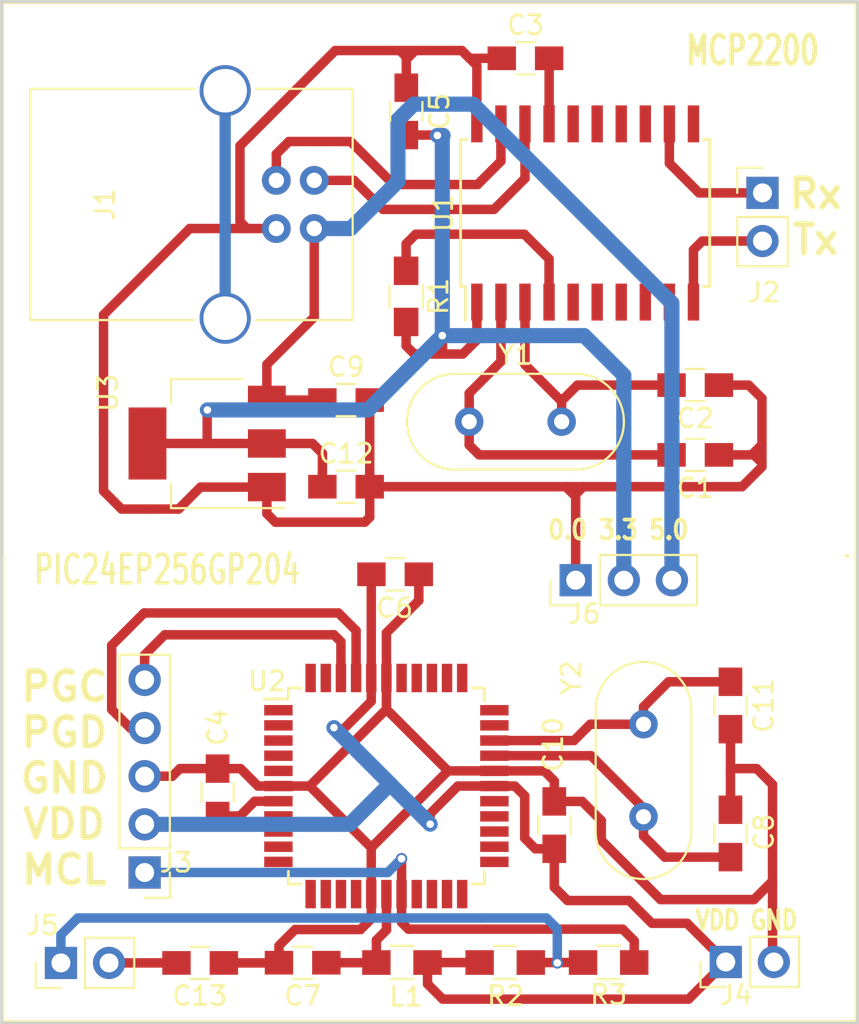
<source format=kicad_pcb>

(kicad_pcb
  (version 20171130)
  (host pcbnew "(5.1.12)-1")
  (general
    (thickness 1.6)
    (drawings 23)
    (tracks 256)
    (zones 0)
    (modules 28)
    (nets 24))
  (page A4)
  (layers
    (0 F.Cu signal)
    (31 B.Cu signal)
    (32 B.Adhes user hide)
    (33 F.Adhes user hide)
    (34 B.Paste user hide)
    (35 F.Paste user hide)
    (36 B.SilkS user hide)
    (37 F.SilkS user hide)
    (38 B.Mask user hide)
    (39 F.Mask user hide)
    (40 Dwgs.User user hide)
    (41 Cmts.User user hide)
    (42 Eco1.User user hide)
    (43 Eco2.User user hide)
    (44 Edge.Cuts user)
    (45 Margin user hide)
    (46 B.CrtYd user hide)
    (47 F.CrtYd user hide)
    (48 B.Fab user hide)
    (49 F.Fab user hide))
  (setup
    (last_trace_width 0.3)
    (user_trace_width 0.5)
    (user_trace_width 0.6)
    (user_trace_width 0.8)
    (trace_clearance 0.3)
    (zone_clearance 0.9)
    (zone_45_only no)
    (trace_min 0.1)
    (via_size 0.6)
    (via_drill 0.4)
    (via_min_size 0.1)
    (via_min_drill 0.3)
    (user_via 0.7 0.5)
    (uvia_size 0.3)
    (uvia_drill 0.1)
    (uvias_allowed no)
    (uvia_min_size 0.1)
    (uvia_min_drill 0.1)
    (edge_width 0.15)
    (segment_width 0.2)
    (pcb_text_width 0.3)
    (pcb_text_size 1.5 1.5)
    (mod_edge_width 0.15)
    (mod_text_size 1 1)
    (mod_text_width 0.15)
    (pad_size 1.524 1.524)
    (pad_drill 0.762)
    (pad_to_mask_clearance 0.2)
    (aux_axis_origin 0 0)
    (visible_elements 7FFFFFFF)
    (pcbplotparams
      (layerselection 0x010fc_80000001)
      (usegerberextensions true)
      (usegerberattributes true)
      (usegerberadvancedattributes true)
      (creategerberjobfile true)
      (excludeedgelayer true)
      (linewidth 0.1)
      (plotframeref false)
      (viasonmask false)
      (mode 1)
      (useauxorigin false)
      (hpglpennumber 1)
      (hpglpenspeed 20)
      (hpglpendiameter 15.0)
      (psnegative false)
      (psa4output false)
      (plotreference true)
      (plotvalue true)
      (plotinvisibletext false)
      (padsonsilk false)
      (subtractmaskfromsilk false)
      (outputformat 1)
      (mirror false)
      (drillshape 0)
      (scaleselection 1)
      (outputdirectory "Gerber/")))
  (net 0 "")
  (net 1 "Net-(C3-Pad2)")
  (net 2 "Net-(C4-Pad1)")
  (net 3 "Net-(C7-Pad1)")
  (net 4 "Net-(J1-Pad5)")
  (net 5 MCLR)
  (net 6 "Net-(R1-Pad1)")
  (net 7 V-)
  (net 8 OS1)
  (net 9 OS2)
  (net 10 GND)
  (net 11 V+)
  (net 12 VDD)
  (net 13 OSC1)
  (net 14 VBus)
  (net 15 OSC2)
  (net 16 D-)
  (net 17 D+)
  (net 18 Rx)
  (net 19 Tx)
  (net 20 PGD)
  (net 21 PGC)
  (net 22 MCL_B)
  (net 23 MCL_A)
  (net_class Default "This is the default net class."
    (clearance 0.3)
    (trace_width 0.3)
    (via_dia 0.6)
    (via_drill 0.4)
    (uvia_dia 0.3)
    (uvia_drill 0.1)
    (add_net D+)
    (add_net D-)
    (add_net GND)
    (add_net MCLR)
    (add_net MCL_A)
    (add_net MCL_B)
    (add_net "Net-(C3-Pad2)")
    (add_net "Net-(C4-Pad1)")
    (add_net "Net-(C7-Pad1)")
    (add_net "Net-(J1-Pad5)")
    (add_net "Net-(R1-Pad1)")
    (add_net OS1)
    (add_net OS2)
    (add_net OSC1)
    (add_net OSC2)
    (add_net PGC)
    (add_net PGD)
    (add_net Rx)
    (add_net Tx)
    (add_net V+)
    (add_net V-)
    (add_net VBus)
    (add_net VDD))
  (module Housings_SOIC:SOIC-20W_7.5x12.8mm_Pitch1.27mm
    (layer F.Cu)
    (tedit 58CC8F64)
    (tstamp 5A6A75B8)
    (at 140.37 84.01 90)
    (descr "20-Lead Plastic Small Outline (SO) - Wide, 7.50 mm Body [SOIC] (see Microchip Packaging Specification 00000049BS.pdf)")
    (tags "SOIC 1.27")
    (path /5A6AC1BD)
    (attr smd)
    (fp_text reference U1
      (at 0 -7.5 90)
      (layer F.SilkS)
      (effects
        (font
          (size 1 1)
          (thickness 0.15))))
    (fp_text value MCP2200
      (at 0 7.5 90)
      (layer F.Fab)
      (effects
        (font
          (size 1 1)
          (thickness 0.15))))
    (fp_text user %R
      (at 0 0 90)
      (layer F.Fab)
      (effects
        (font
          (size 1 1)
          (thickness 0.15))))
    (fp_line
      (start -3.875 -6.325)
      (end -5.675 -6.325)
      (layer F.SilkS)
      (width 0.15))
    (fp_line
      (start -3.875 6.575)
      (end 3.875 6.575)
      (layer F.SilkS)
      (width 0.15))
    (fp_line
      (start -3.875 -6.575)
      (end 3.875 -6.575)
      (layer F.SilkS)
      (width 0.15))
    (fp_line
      (start -3.875 6.575)
      (end -3.875 6.24)
      (layer F.SilkS)
      (width 0.15))
    (fp_line
      (start 3.875 6.575)
      (end 3.875 6.24)
      (layer F.SilkS)
      (width 0.15))
    (fp_line
      (start 3.875 -6.575)
      (end 3.875 -6.24)
      (layer F.SilkS)
      (width 0.15))
    (fp_line
      (start -3.875 -6.575)
      (end -3.875 -6.325)
      (layer F.SilkS)
      (width 0.15))
    (fp_line
      (start -5.95 6.75)
      (end 5.95 6.75)
      (layer F.CrtYd)
      (width 0.05))
    (fp_line
      (start -5.95 -6.75)
      (end 5.95 -6.75)
      (layer F.CrtYd)
      (width 0.05))
    (fp_line
      (start 5.95 -6.75)
      (end 5.95 6.75)
      (layer F.CrtYd)
      (width 0.05))
    (fp_line
      (start -5.95 -6.75)
      (end -5.95 6.75)
      (layer F.CrtYd)
      (width 0.05))
    (fp_line
      (start -3.75 -5.4)
      (end -2.75 -6.4)
      (layer F.Fab)
      (width 0.15))
    (fp_line
      (start -3.75 6.4)
      (end -3.75 -5.4)
      (layer F.Fab)
      (width 0.15))
    (fp_line
      (start 3.75 6.4)
      (end -3.75 6.4)
      (layer F.Fab)
      (width 0.15))
    (fp_line
      (start 3.75 -6.4)
      (end 3.75 6.4)
      (layer F.Fab)
      (width 0.15))
    (fp_line
      (start -2.75 -6.4)
      (end 3.75 -6.4)
      (layer F.Fab)
      (width 0.15))
    (pad 1 smd rect
      (at -4.7 -5.715 90)
      (size 1.95 0.6)
      (layers F.Cu F.Paste F.Mask)
      (net 11 V+))
    (pad 2 smd rect
      (at -4.7 -4.445 90)
      (size 1.95 0.6)
      (layers F.Cu F.Paste F.Mask)
      (net 8 OS1))
    (pad 3 smd rect
      (at -4.7 -3.175 90)
      (size 1.95 0.6)
      (layers F.Cu F.Paste F.Mask)
      (net 9 OS2))
    (pad 4 smd rect
      (at -4.7 -1.905 90)
      (size 1.95 0.6)
      (layers F.Cu F.Paste F.Mask)
      (net 6 "Net-(R1-Pad1)"))
    (pad 5 smd rect
      (at -4.7 -0.635 90)
      (size 1.95 0.6)
      (layers F.Cu F.Paste F.Mask))
    (pad 6 smd rect
      (at -4.7 0.635 90)
      (size 1.95 0.6)
      (layers F.Cu F.Paste F.Mask))
    (pad 7 smd rect
      (at -4.7 1.905 90)
      (size 1.95 0.6)
      (layers F.Cu F.Paste F.Mask))
    (pad 8 smd rect
      (at -4.7 3.175 90)
      (size 1.95 0.6)
      (layers F.Cu F.Paste F.Mask))
    (pad 9 smd rect
      (at -4.7 4.445 90)
      (size 1.95 0.6)
      (layers F.Cu F.Paste F.Mask))
    (pad 10 smd rect
      (at -4.7 5.715 90)
      (size 1.95 0.6)
      (layers F.Cu F.Paste F.Mask)
      (net 19 Tx))
    (pad 11 smd rect
      (at 4.7 5.715 90)
      (size 1.95 0.6)
      (layers F.Cu F.Paste F.Mask))
    (pad 12 smd rect
      (at 4.7 4.445 90)
      (size 1.95 0.6)
      (layers F.Cu F.Paste F.Mask)
      (net 18 Rx))
    (pad 13 smd rect
      (at 4.7 3.175 90)
      (size 1.95 0.6)
      (layers F.Cu F.Paste F.Mask))
    (pad 14 smd rect
      (at 4.7 1.905 90)
      (size 1.95 0.6)
      (layers F.Cu F.Paste F.Mask))
    (pad 15 smd rect
      (at 4.7 0.635 90)
      (size 1.95 0.6)
      (layers F.Cu F.Paste F.Mask))
    (pad 16 smd rect
      (at 4.7 -0.635 90)
      (size 1.95 0.6)
      (layers F.Cu F.Paste F.Mask))
    (pad 17 smd rect
      (at 4.7 -1.905 90)
      (size 1.95 0.6)
      (layers F.Cu F.Paste F.Mask)
      (net 1 "Net-(C3-Pad2)"))
    (pad 18 smd rect
      (at 4.7 -3.175 90)
      (size 1.95 0.6)
      (layers F.Cu F.Paste F.Mask)
      (net 16 D-))
    (pad 19 smd rect
      (at 4.7 -4.445 90)
      (size 1.95 0.6)
      (layers F.Cu F.Paste F.Mask)
      (net 17 D+))
    (pad 20 smd rect
      (at 4.7 -5.715 90)
      (size 1.95 0.6)
      (layers F.Cu F.Paste F.Mask)
      (net 7 V-))
    (model ${KISYS3DMOD}/Housings_SOIC.3dshapes/SOIC-20W_7.5x12.8mm_Pitch1.27mm.wrl
      (at
        (xyz 0 0 0))
      (scale
        (xyz 1 1 1))
      (rotate
        (xyz 0 0 0))))
  (module Capacitors_SMD:C_0805_HandSoldering
    (layer F.Cu)
    (tedit 58AA84A8)
    (tstamp 5A6A7521)
    (at 146.18 96.77 180)
    (descr "Capacitor SMD 0805, hand soldering")
    (tags "capacitor 0805")
    (path /5A6AC48F)
    (attr smd)
    (fp_text reference C1
      (at 0 -1.75 180)
      (layer F.SilkS)
      (effects
        (font
          (size 1 1)
          (thickness 0.15))))
    (fp_text value 15p
      (at 0 1.75 180)
      (layer F.Fab)
      (effects
        (font
          (size 1 1)
          (thickness 0.15))))
    (fp_text user %R
      (at 0 -1.75 180)
      (layer F.Fab)
      (effects
        (font
          (size 1 1)
          (thickness 0.15))))
    (fp_line
      (start 2.25 0.87)
      (end -2.25 0.87)
      (layer F.CrtYd)
      (width 0.05))
    (fp_line
      (start 2.25 0.87)
      (end 2.25 -0.88)
      (layer F.CrtYd)
      (width 0.05))
    (fp_line
      (start -2.25 -0.88)
      (end -2.25 0.87)
      (layer F.CrtYd)
      (width 0.05))
    (fp_line
      (start -2.25 -0.88)
      (end 2.25 -0.88)
      (layer F.CrtYd)
      (width 0.05))
    (fp_line
      (start -0.5 0.85)
      (end 0.5 0.85)
      (layer F.SilkS)
      (width 0.12))
    (fp_line
      (start 0.5 -0.85)
      (end -0.5 -0.85)
      (layer F.SilkS)
      (width 0.12))
    (fp_line
      (start -1 -0.62)
      (end 1 -0.62)
      (layer F.Fab)
      (width 0.1))
    (fp_line
      (start 1 -0.62)
      (end 1 0.62)
      (layer F.Fab)
      (width 0.1))
    (fp_line
      (start 1 0.62)
      (end -1 0.62)
      (layer F.Fab)
      (width 0.1))
    (fp_line
      (start -1 0.62)
      (end -1 -0.62)
      (layer F.Fab)
      (width 0.1))
    (pad 1 smd rect
      (at -1.25 0 180)
      (size 1.5 1.25)
      (layers F.Cu F.Paste F.Mask)
      (net 7 V-))
    (pad 2 smd rect
      (at 1.25 0 180)
      (size 1.5 1.25)
      (layers F.Cu F.Paste F.Mask)
      (net 8 OS1))
    (model Capacitors_SMD.3dshapes/C_0805.wrl
      (at
        (xyz 0 0 0))
      (scale
        (xyz 1 1 1))
      (rotate
        (xyz 0 0 0))))
  (module Capacitors_SMD:C_0805_HandSoldering
    (layer F.Cu)
    (tedit 58AA84A8)
    (tstamp 5A6A7527)
    (at 146.18 93.09 180)
    (descr "Capacitor SMD 0805, hand soldering")
    (tags "capacitor 0805")
    (path /5A6AC583)
    (attr smd)
    (fp_text reference C2
      (at 0 -1.75 180)
      (layer F.SilkS)
      (effects
        (font
          (size 1 1)
          (thickness 0.15))))
    (fp_text value 15p
      (at 0 1.75 180)
      (layer F.Fab)
      (effects
        (font
          (size 1 1)
          (thickness 0.15))))
    (fp_text user %R
      (at 0 -1.75 180)
      (layer F.Fab)
      (effects
        (font
          (size 1 1)
          (thickness 0.15))))
    (fp_line
      (start 2.25 0.87)
      (end -2.25 0.87)
      (layer F.CrtYd)
      (width 0.05))
    (fp_line
      (start 2.25 0.87)
      (end 2.25 -0.88)
      (layer F.CrtYd)
      (width 0.05))
    (fp_line
      (start -2.25 -0.88)
      (end -2.25 0.87)
      (layer F.CrtYd)
      (width 0.05))
    (fp_line
      (start -2.25 -0.88)
      (end 2.25 -0.88)
      (layer F.CrtYd)
      (width 0.05))
    (fp_line
      (start -0.5 0.85)
      (end 0.5 0.85)
      (layer F.SilkS)
      (width 0.12))
    (fp_line
      (start 0.5 -0.85)
      (end -0.5 -0.85)
      (layer F.SilkS)
      (width 0.12))
    (fp_line
      (start -1 -0.62)
      (end 1 -0.62)
      (layer F.Fab)
      (width 0.1))
    (fp_line
      (start 1 -0.62)
      (end 1 0.62)
      (layer F.Fab)
      (width 0.1))
    (fp_line
      (start 1 0.62)
      (end -1 0.62)
      (layer F.Fab)
      (width 0.1))
    (fp_line
      (start -1 0.62)
      (end -1 -0.62)
      (layer F.Fab)
      (width 0.1))
    (pad 1 smd rect
      (at -1.25 0 180)
      (size 1.5 1.25)
      (layers F.Cu F.Paste F.Mask)
      (net 7 V-))
    (pad 2 smd rect
      (at 1.25 0 180)
      (size 1.5 1.25)
      (layers F.Cu F.Paste F.Mask)
      (net 9 OS2))
    (model Capacitors_SMD.3dshapes/C_0805.wrl
      (at
        (xyz 0 0 0))
      (scale
        (xyz 1 1 1))
      (rotate
        (xyz 0 0 0))))
  (module Capacitors_SMD:C_0805_HandSoldering
    (layer F.Cu)
    (tedit 58AA84A8)
    (tstamp 5A6A752D)
    (at 137.22 75.85)
    (descr "Capacitor SMD 0805, hand soldering")
    (tags "capacitor 0805")
    (path /5A6AE5F9)
    (attr smd)
    (fp_text reference C3
      (at 0 -1.75)
      (layer F.SilkS)
      (effects
        (font
          (size 1 1)
          (thickness 0.15))))
    (fp_text value 0.1u
      (at 0 1.75)
      (layer F.Fab)
      (effects
        (font
          (size 1 1)
          (thickness 0.15))))
    (fp_text user %R
      (at 0 -1.75)
      (layer F.Fab)
      (effects
        (font
          (size 1 1)
          (thickness 0.15))))
    (fp_line
      (start 2.25 0.87)
      (end -2.25 0.87)
      (layer F.CrtYd)
      (width 0.05))
    (fp_line
      (start 2.25 0.87)
      (end 2.25 -0.88)
      (layer F.CrtYd)
      (width 0.05))
    (fp_line
      (start -2.25 -0.88)
      (end -2.25 0.87)
      (layer F.CrtYd)
      (width 0.05))
    (fp_line
      (start -2.25 -0.88)
      (end 2.25 -0.88)
      (layer F.CrtYd)
      (width 0.05))
    (fp_line
      (start -0.5 0.85)
      (end 0.5 0.85)
      (layer F.SilkS)
      (width 0.12))
    (fp_line
      (start 0.5 -0.85)
      (end -0.5 -0.85)
      (layer F.SilkS)
      (width 0.12))
    (fp_line
      (start -1 -0.62)
      (end 1 -0.62)
      (layer F.Fab)
      (width 0.1))
    (fp_line
      (start 1 -0.62)
      (end 1 0.62)
      (layer F.Fab)
      (width 0.1))
    (fp_line
      (start 1 0.62)
      (end -1 0.62)
      (layer F.Fab)
      (width 0.1))
    (fp_line
      (start -1 0.62)
      (end -1 -0.62)
      (layer F.Fab)
      (width 0.1))
    (pad 1 smd rect
      (at -1.25 0)
      (size 1.5 1.25)
      (layers F.Cu F.Paste F.Mask)
      (net 7 V-))
    (pad 2 smd rect
      (at 1.25 0)
      (size 1.5 1.25)
      (layers F.Cu F.Paste F.Mask)
      (net 1 "Net-(C3-Pad2)"))
    (model Capacitors_SMD.3dshapes/C_0805.wrl
      (at
        (xyz 0 0 0))
      (scale
        (xyz 1 1 1))
      (rotate
        (xyz 0 0 0))))
  (module Capacitors_SMD:C_0805_HandSoldering
    (layer F.Cu)
    (tedit 5A6BC449)
    (tstamp 5A6A7533)
    (at 120.97 114.57 90)
    (descr "Capacitor SMD 0805, hand soldering")
    (tags "capacitor 0805")
    (path /5A6B187A)
    (attr smd)
    (fp_text reference C4
      (at 3.43 0 90)
      (layer F.SilkS)
      (effects
        (font
          (size 1 1)
          (thickness 0.15))))
    (fp_text value 10u
      (at 0 1.75 90)
      (layer F.Fab)
      (effects
        (font
          (size 1 1)
          (thickness 0.15))))
    (fp_text user %R
      (at 3.43 0.04 90)
      (layer F.Fab)
      (effects
        (font
          (size 1 1)
          (thickness 0.15))))
    (fp_line
      (start 2.25 0.87)
      (end -2.25 0.87)
      (layer F.CrtYd)
      (width 0.05))
    (fp_line
      (start 2.25 0.87)
      (end 2.25 -0.88)
      (layer F.CrtYd)
      (width 0.05))
    (fp_line
      (start -2.25 -0.88)
      (end -2.25 0.87)
      (layer F.CrtYd)
      (width 0.05))
    (fp_line
      (start -2.25 -0.88)
      (end 2.25 -0.88)
      (layer F.CrtYd)
      (width 0.05))
    (fp_line
      (start -0.5 0.85)
      (end 0.5 0.85)
      (layer F.SilkS)
      (width 0.12))
    (fp_line
      (start 0.5 -0.85)
      (end -0.5 -0.85)
      (layer F.SilkS)
      (width 0.12))
    (fp_line
      (start -1 -0.62)
      (end 1 -0.62)
      (layer F.Fab)
      (width 0.1))
    (fp_line
      (start 1 -0.62)
      (end 1 0.62)
      (layer F.Fab)
      (width 0.1))
    (fp_line
      (start 1 0.62)
      (end -1 0.62)
      (layer F.Fab)
      (width 0.1))
    (fp_line
      (start -1 0.62)
      (end -1 -0.62)
      (layer F.Fab)
      (width 0.1))
    (pad 1 smd rect
      (at -1.25 0 90)
      (size 1.5 1.25)
      (layers F.Cu F.Paste F.Mask)
      (net 2 "Net-(C4-Pad1)"))
    (pad 2 smd rect
      (at 1.25 0 90)
      (size 1.5 1.25)
      (layers F.Cu F.Paste F.Mask)
      (net 10 GND))
    (model Capacitors_SMD.3dshapes/C_0805.wrl
      (at
        (xyz 0 0 0))
      (scale
        (xyz 1 1 1))
      (rotate
        (xyz 0 0 0))))
  (module Capacitors_SMD:C_0805_HandSoldering
    (layer F.Cu)
    (tedit 58AA84A8)
    (tstamp 5A6A7539)
    (at 130.93 78.65 270)
    (descr "Capacitor SMD 0805, hand soldering")
    (tags "capacitor 0805")
    (path /5A6ADCFB)
    (attr smd)
    (fp_text reference C5
      (at 0 -1.75 270)
      (layer F.SilkS)
      (effects
        (font
          (size 1 1)
          (thickness 0.15))))
    (fp_text value 0.1u
      (at 0 1.75 270)
      (layer F.Fab)
      (effects
        (font
          (size 1 1)
          (thickness 0.15))))
    (fp_text user %R
      (at 0 -1.75 270)
      (layer F.Fab)
      (effects
        (font
          (size 1 1)
          (thickness 0.15))))
    (fp_line
      (start 2.25 0.87)
      (end -2.25 0.87)
      (layer F.CrtYd)
      (width 0.05))
    (fp_line
      (start 2.25 0.87)
      (end 2.25 -0.88)
      (layer F.CrtYd)
      (width 0.05))
    (fp_line
      (start -2.25 -0.88)
      (end -2.25 0.87)
      (layer F.CrtYd)
      (width 0.05))
    (fp_line
      (start -2.25 -0.88)
      (end 2.25 -0.88)
      (layer F.CrtYd)
      (width 0.05))
    (fp_line
      (start -0.5 0.85)
      (end 0.5 0.85)
      (layer F.SilkS)
      (width 0.12))
    (fp_line
      (start 0.5 -0.85)
      (end -0.5 -0.85)
      (layer F.SilkS)
      (width 0.12))
    (fp_line
      (start -1 -0.62)
      (end 1 -0.62)
      (layer F.Fab)
      (width 0.1))
    (fp_line
      (start 1 -0.62)
      (end 1 0.62)
      (layer F.Fab)
      (width 0.1))
    (fp_line
      (start 1 0.62)
      (end -1 0.62)
      (layer F.Fab)
      (width 0.1))
    (fp_line
      (start -1 0.62)
      (end -1 -0.62)
      (layer F.Fab)
      (width 0.1))
    (pad 1 smd rect
      (at -1.25 0 270)
      (size 1.5 1.25)
      (layers F.Cu F.Paste F.Mask)
      (net 7 V-))
    (pad 2 smd rect
      (at 1.25 0 270)
      (size 1.5 1.25)
      (layers F.Cu F.Paste F.Mask)
      (net 11 V+))
    (model Capacitors_SMD.3dshapes/C_0805.wrl
      (at
        (xyz 0 0 0))
      (scale
        (xyz 1 1 1))
      (rotate
        (xyz 0 0 0))))
  (module Capacitors_SMD:C_0805_HandSoldering
    (layer F.Cu)
    (tedit 5A6BC453)
    (tstamp 5A6A753F)
    (at 130.34 103.07 180)
    (descr "Capacitor SMD 0805, hand soldering")
    (tags "capacitor 0805")
    (path /5A6A81A7)
    (attr smd)
    (fp_text reference C6
      (at 0.03 -1.78 180)
      (layer F.SilkS)
      (effects
        (font
          (size 1 1)
          (thickness 0.15))))
    (fp_text value 0.1u
      (at 0 1.75 180)
      (layer F.Fab)
      (effects
        (font
          (size 1 1)
          (thickness 0.15))))
    (fp_text user %R
      (at 0.01 -1.76 180)
      (layer F.Fab)
      (effects
        (font
          (size 1 1)
          (thickness 0.15))))
    (fp_line
      (start 2.25 0.87)
      (end -2.25 0.87)
      (layer F.CrtYd)
      (width 0.05))
    (fp_line
      (start 2.25 0.87)
      (end 2.25 -0.88)
      (layer F.CrtYd)
      (width 0.05))
    (fp_line
      (start -2.25 -0.88)
      (end -2.25 0.87)
      (layer F.CrtYd)
      (width 0.05))
    (fp_line
      (start -2.25 -0.88)
      (end 2.25 -0.88)
      (layer F.CrtYd)
      (width 0.05))
    (fp_line
      (start -0.5 0.85)
      (end 0.5 0.85)
      (layer F.SilkS)
      (width 0.12))
    (fp_line
      (start 0.5 -0.85)
      (end -0.5 -0.85)
      (layer F.SilkS)
      (width 0.12))
    (fp_line
      (start -1 -0.62)
      (end 1 -0.62)
      (layer F.Fab)
      (width 0.1))
    (fp_line
      (start 1 -0.62)
      (end 1 0.62)
      (layer F.Fab)
      (width 0.1))
    (fp_line
      (start 1 0.62)
      (end -1 0.62)
      (layer F.Fab)
      (width 0.1))
    (fp_line
      (start -1 0.62)
      (end -1 -0.62)
      (layer F.Fab)
      (width 0.1))
    (pad 1 smd rect
      (at -1.25 0 180)
      (size 1.5 1.25)
      (layers F.Cu F.Paste F.Mask)
      (net 10 GND))
    (pad 2 smd rect
      (at 1.25 0 180)
      (size 1.5 1.25)
      (layers F.Cu F.Paste F.Mask)
      (net 12 VDD))
    (model Capacitors_SMD.3dshapes/C_0805.wrl
      (at
        (xyz 0 0 0))
      (scale
        (xyz 1 1 1))
      (rotate
        (xyz 0 0 0))))
  (module Capacitors_SMD:C_0805_HandSoldering
    (layer F.Cu)
    (tedit 58AA84A8)
    (tstamp 5A6A7545)
    (at 125.46 123.56 180)
    (descr "Capacitor SMD 0805, hand soldering")
    (tags "capacitor 0805")
    (path /5A6A821E)
    (attr smd)
    (fp_text reference C7
      (at 0 -1.75 180)
      (layer F.SilkS)
      (effects
        (font
          (size 1 1)
          (thickness 0.15))))
    (fp_text value 0.1u
      (at 0 1.75 180)
      (layer F.Fab)
      (effects
        (font
          (size 1 1)
          (thickness 0.15))))
    (fp_text user %R
      (at 0 -1.75 180)
      (layer F.Fab)
      (effects
        (font
          (size 1 1)
          (thickness 0.15))))
    (fp_line
      (start 2.25 0.87)
      (end -2.25 0.87)
      (layer F.CrtYd)
      (width 0.05))
    (fp_line
      (start 2.25 0.87)
      (end 2.25 -0.88)
      (layer F.CrtYd)
      (width 0.05))
    (fp_line
      (start -2.25 -0.88)
      (end -2.25 0.87)
      (layer F.CrtYd)
      (width 0.05))
    (fp_line
      (start -2.25 -0.88)
      (end 2.25 -0.88)
      (layer F.CrtYd)
      (width 0.05))
    (fp_line
      (start -0.5 0.85)
      (end 0.5 0.85)
      (layer F.SilkS)
      (width 0.12))
    (fp_line
      (start 0.5 -0.85)
      (end -0.5 -0.85)
      (layer F.SilkS)
      (width 0.12))
    (fp_line
      (start -1 -0.62)
      (end 1 -0.62)
      (layer F.Fab)
      (width 0.1))
    (fp_line
      (start 1 -0.62)
      (end 1 0.62)
      (layer F.Fab)
      (width 0.1))
    (fp_line
      (start 1 0.62)
      (end -1 0.62)
      (layer F.Fab)
      (width 0.1))
    (fp_line
      (start -1 0.62)
      (end -1 -0.62)
      (layer F.Fab)
      (width 0.1))
    (pad 1 smd rect
      (at -1.25 0 180)
      (size 1.5 1.25)
      (layers F.Cu F.Paste F.Mask)
      (net 3 "Net-(C7-Pad1)"))
    (pad 2 smd rect
      (at 1.25 0 180)
      (size 1.5 1.25)
      (layers F.Cu F.Paste F.Mask)
      (net 10 GND))
    (model Capacitors_SMD.3dshapes/C_0805.wrl
      (at
        (xyz 0 0 0))
      (scale
        (xyz 1 1 1))
      (rotate
        (xyz 0 0 0))))
  (module Capacitors_SMD:C_0805_HandSoldering
    (layer F.Cu)
    (tedit 5A6B1743)
    (tstamp 5A6A754B)
    (at 148.04 116.74 90)
    (descr "Capacitor SMD 0805, hand soldering")
    (tags "capacitor 0805")
    (path /5A6A8DCF)
    (attr smd)
    (fp_text reference C8
      (at 0.06 1.77 90)
      (layer F.SilkS)
      (effects
        (font
          (size 1 1)
          (thickness 0.15))))
    (fp_text value 15p
      (at 0 1.75 90)
      (layer F.Fab)
      (effects
        (font
          (size 1 1)
          (thickness 0.15))))
    (fp_text user %R
      (at 0.23 1.81 90)
      (layer F.Fab)
      (effects
        (font
          (size 1 1)
          (thickness 0.15))))
    (fp_line
      (start 2.25 0.87)
      (end -2.25 0.87)
      (layer F.CrtYd)
      (width 0.05))
    (fp_line
      (start 2.25 0.87)
      (end 2.25 -0.88)
      (layer F.CrtYd)
      (width 0.05))
    (fp_line
      (start -2.25 -0.88)
      (end -2.25 0.87)
      (layer F.CrtYd)
      (width 0.05))
    (fp_line
      (start -2.25 -0.88)
      (end 2.25 -0.88)
      (layer F.CrtYd)
      (width 0.05))
    (fp_line
      (start -0.5 0.85)
      (end 0.5 0.85)
      (layer F.SilkS)
      (width 0.12))
    (fp_line
      (start 0.5 -0.85)
      (end -0.5 -0.85)
      (layer F.SilkS)
      (width 0.12))
    (fp_line
      (start -1 -0.62)
      (end 1 -0.62)
      (layer F.Fab)
      (width 0.1))
    (fp_line
      (start 1 -0.62)
      (end 1 0.62)
      (layer F.Fab)
      (width 0.1))
    (fp_line
      (start 1 0.62)
      (end -1 0.62)
      (layer F.Fab)
      (width 0.1))
    (fp_line
      (start -1 0.62)
      (end -1 -0.62)
      (layer F.Fab)
      (width 0.1))
    (pad 1 smd rect
      (at -1.25 0 90)
      (size 1.5 1.25)
      (layers F.Cu F.Paste F.Mask)
      (net 13 OSC1))
    (pad 2 smd rect
      (at 1.25 0 90)
      (size 1.5 1.25)
      (layers F.Cu F.Paste F.Mask)
      (net 10 GND))
    (model Capacitors_SMD.3dshapes/C_0805.wrl
      (at
        (xyz 0 0 0))
      (scale
        (xyz 1 1 1))
      (rotate
        (xyz 0 0 0))))
  (module Capacitors_SMD:C_0805_HandSoldering
    (layer F.Cu)
    (tedit 58AA84A8)
    (tstamp 5A6A7551)
    (at 127.75 93.88)
    (descr "Capacitor SMD 0805, hand soldering")
    (tags "capacitor 0805")
    (path /5A6C55F2)
    (attr smd)
    (fp_text reference C9
      (at 0 -1.75)
      (layer F.SilkS)
      (effects
        (font
          (size 1 1)
          (thickness 0.15))))
    (fp_text value 1u
      (at 0 1.75)
      (layer F.Fab)
      (effects
        (font
          (size 1 1)
          (thickness 0.15))))
    (fp_text user %R
      (at 0 -1.75)
      (layer F.Fab)
      (effects
        (font
          (size 1 1)
          (thickness 0.15))))
    (fp_line
      (start 2.25 0.87)
      (end -2.25 0.87)
      (layer F.CrtYd)
      (width 0.05))
    (fp_line
      (start 2.25 0.87)
      (end 2.25 -0.88)
      (layer F.CrtYd)
      (width 0.05))
    (fp_line
      (start -2.25 -0.88)
      (end -2.25 0.87)
      (layer F.CrtYd)
      (width 0.05))
    (fp_line
      (start -2.25 -0.88)
      (end 2.25 -0.88)
      (layer F.CrtYd)
      (width 0.05))
    (fp_line
      (start -0.5 0.85)
      (end 0.5 0.85)
      (layer F.SilkS)
      (width 0.12))
    (fp_line
      (start 0.5 -0.85)
      (end -0.5 -0.85)
      (layer F.SilkS)
      (width 0.12))
    (fp_line
      (start -1 -0.62)
      (end 1 -0.62)
      (layer F.Fab)
      (width 0.1))
    (fp_line
      (start 1 -0.62)
      (end 1 0.62)
      (layer F.Fab)
      (width 0.1))
    (fp_line
      (start 1 0.62)
      (end -1 0.62)
      (layer F.Fab)
      (width 0.1))
    (fp_line
      (start -1 0.62)
      (end -1 -0.62)
      (layer F.Fab)
      (width 0.1))
    (pad 1 smd rect
      (at -1.25 0)
      (size 1.5 1.25)
      (layers F.Cu F.Paste F.Mask)
      (net 14 VBus))
    (pad 2 smd rect
      (at 1.25 0)
      (size 1.5 1.25)
      (layers F.Cu F.Paste F.Mask)
      (net 7 V-))
    (model Capacitors_SMD.3dshapes/C_0805.wrl
      (at
        (xyz 0 0 0))
      (scale
        (xyz 1 1 1))
      (rotate
        (xyz 0 0 0))))
  (module Capacitors_SMD:C_0805_HandSoldering
    (layer F.Cu)
    (tedit 5A6B1741)
    (tstamp 5A6A7557)
    (at 138.74 116.3 270)
    (descr "Capacitor SMD 0805, hand soldering")
    (tags "capacitor 0805")
    (path /5A6A806C)
    (attr smd)
    (fp_text reference C10
      (at -4.25 0.06 270)
      (layer F.SilkS)
      (effects
        (font
          (size 1 1)
          (thickness 0.15))))
    (fp_text value 0.1u
      (at 0 1.75 270)
      (layer F.Fab)
      (effects
        (font
          (size 1 1)
          (thickness 0.15))))
    (fp_text user %R
      (at -4.25 0.06 270)
      (layer F.Fab)
      (effects
        (font
          (size 1 1)
          (thickness 0.15))))
    (fp_line
      (start 2.25 0.87)
      (end -2.25 0.87)
      (layer F.CrtYd)
      (width 0.05))
    (fp_line
      (start 2.25 0.87)
      (end 2.25 -0.88)
      (layer F.CrtYd)
      (width 0.05))
    (fp_line
      (start -2.25 -0.88)
      (end -2.25 0.87)
      (layer F.CrtYd)
      (width 0.05))
    (fp_line
      (start -2.25 -0.88)
      (end 2.25 -0.88)
      (layer F.CrtYd)
      (width 0.05))
    (fp_line
      (start -0.5 0.85)
      (end 0.5 0.85)
      (layer F.SilkS)
      (width 0.12))
    (fp_line
      (start 0.5 -0.85)
      (end -0.5 -0.85)
      (layer F.SilkS)
      (width 0.12))
    (fp_line
      (start -1 -0.62)
      (end 1 -0.62)
      (layer F.Fab)
      (width 0.1))
    (fp_line
      (start 1 -0.62)
      (end 1 0.62)
      (layer F.Fab)
      (width 0.1))
    (fp_line
      (start 1 0.62)
      (end -1 0.62)
      (layer F.Fab)
      (width 0.1))
    (fp_line
      (start -1 0.62)
      (end -1 -0.62)
      (layer F.Fab)
      (width 0.1))
    (pad 1 smd rect
      (at -1.25 0 270)
      (size 1.5 1.25)
      (layers F.Cu F.Paste F.Mask)
      (net 10 GND))
    (pad 2 smd rect
      (at 1.25 0 270)
      (size 1.5 1.25)
      (layers F.Cu F.Paste F.Mask)
      (net 12 VDD))
    (model Capacitors_SMD.3dshapes/C_0805.wrl
      (at
        (xyz 0 0 0))
      (scale
        (xyz 1 1 1))
      (rotate
        (xyz 0 0 0))))
  (module Capacitors_SMD:C_0805_HandSoldering
    (layer F.Cu)
    (tedit 58AA84A8)
    (tstamp 5A6A755D)
    (at 148.04 109.99 270)
    (descr "Capacitor SMD 0805, hand soldering")
    (tags "capacitor 0805")
    (path /5A6A8ED8)
    (attr smd)
    (fp_text reference C11
      (at 0 -1.75 270)
      (layer F.SilkS)
      (effects
        (font
          (size 1 1)
          (thickness 0.15))))
    (fp_text value 15p
      (at 0 1.75 270)
      (layer F.Fab)
      (effects
        (font
          (size 1 1)
          (thickness 0.15))))
    (fp_text user %R
      (at 0 -1.75 270)
      (layer F.Fab)
      (effects
        (font
          (size 1 1)
          (thickness 0.15))))
    (fp_line
      (start 2.25 0.87)
      (end -2.25 0.87)
      (layer F.CrtYd)
      (width 0.05))
    (fp_line
      (start 2.25 0.87)
      (end 2.25 -0.88)
      (layer F.CrtYd)
      (width 0.05))
    (fp_line
      (start -2.25 -0.88)
      (end -2.25 0.87)
      (layer F.CrtYd)
      (width 0.05))
    (fp_line
      (start -2.25 -0.88)
      (end 2.25 -0.88)
      (layer F.CrtYd)
      (width 0.05))
    (fp_line
      (start -0.5 0.85)
      (end 0.5 0.85)
      (layer F.SilkS)
      (width 0.12))
    (fp_line
      (start 0.5 -0.85)
      (end -0.5 -0.85)
      (layer F.SilkS)
      (width 0.12))
    (fp_line
      (start -1 -0.62)
      (end 1 -0.62)
      (layer F.Fab)
      (width 0.1))
    (fp_line
      (start 1 -0.62)
      (end 1 0.62)
      (layer F.Fab)
      (width 0.1))
    (fp_line
      (start 1 0.62)
      (end -1 0.62)
      (layer F.Fab)
      (width 0.1))
    (fp_line
      (start -1 0.62)
      (end -1 -0.62)
      (layer F.Fab)
      (width 0.1))
    (pad 1 smd rect
      (at -1.25 0 270)
      (size 1.5 1.25)
      (layers F.Cu F.Paste F.Mask)
      (net 15 OSC2))
    (pad 2 smd rect
      (at 1.25 0 270)
      (size 1.5 1.25)
      (layers F.Cu F.Paste F.Mask)
      (net 10 GND))
    (model Capacitors_SMD.3dshapes/C_0805.wrl
      (at
        (xyz 0 0 0))
      (scale
        (xyz 1 1 1))
      (rotate
        (xyz 0 0 0))))
  (module Connectors:USB_B
    (layer F.Cu)
    (tedit 55B36073)
    (tstamp 5A6A7567)
    (at 126.07 84.83 180)
    (descr "USB B connector")
    (tags "USB_B USB_DEV")
    (path /5A6AD09C)
    (fp_text reference J1
      (at 11.05 1.27 270)
      (layer F.SilkS)
      (effects
        (font
          (size 1 1)
          (thickness 0.15))))
    (fp_text value USB
      (at 4.7 1.27 270)
      (layer F.Fab)
      (effects
        (font
          (size 1 1)
          (thickness 0.15))))
    (fp_line
      (start -2.03 7.37)
      (end -2.03 -4.83)
      (layer F.SilkS)
      (width 0.12))
    (fp_line
      (start 14.99 -4.83)
      (end 14.99 7.37)
      (layer F.SilkS)
      (width 0.12))
    (fp_line
      (start -2.03 -4.83)
      (end 3.05 -4.83)
      (layer F.SilkS)
      (width 0.12))
    (fp_line
      (start 6.35 -4.83)
      (end 14.99 -4.83)
      (layer F.SilkS)
      (width 0.12))
    (fp_line
      (start -2.03 7.37)
      (end 3.05 7.37)
      (layer F.SilkS)
      (width 0.12))
    (fp_line
      (start 6.35 7.37)
      (end 14.99 7.37)
      (layer F.SilkS)
      (width 0.12))
    (fp_line
      (start 15.25 -6.35)
      (end 15.25 8.9)
      (layer F.CrtYd)
      (width 0.05))
    (fp_line
      (start -2.3 -6.35)
      (end 15.25 -6.35)
      (layer F.CrtYd)
      (width 0.05))
    (fp_line
      (start -2.3 8.9)
      (end -2.3 -6.35)
      (layer F.CrtYd)
      (width 0.05))
    (fp_line
      (start 15.25 8.9)
      (end -2.3 8.9)
      (layer F.CrtYd)
      (width 0.05))
    (pad 2 thru_hole circle
      (at 0 2.54 90)
      (size 1.52 1.52)
      (drill 0.81)
      (layers *.Cu *.Mask)
      (net 16 D-))
    (pad 1 thru_hole circle
      (at 0 0 90)
      (size 1.52 1.52)
      (drill 0.81)
      (layers *.Cu *.Mask)
      (net 14 VBus))
    (pad 4 thru_hole circle
      (at 2 0 90)
      (size 1.52 1.52)
      (drill 0.81)
      (layers *.Cu *.Mask)
      (net 7 V-))
    (pad 3 thru_hole circle
      (at 2 2.54 90)
      (size 1.52 1.52)
      (drill 0.81)
      (layers *.Cu *.Mask)
      (net 17 D+))
    (pad 5 thru_hole circle
      (at 4.7 7.27 90)
      (size 2.7 2.7)
      (drill 2.3)
      (layers *.Cu *.Mask)
      (net 4 "Net-(J1-Pad5)"))
    (pad 5 thru_hole circle
      (at 4.7 -4.73 90)
      (size 2.7 2.7)
      (drill 2.3)
      (layers *.Cu *.Mask)
      (net 4 "Net-(J1-Pad5)"))
    (model ${KISYS3DMOD}/Connectors.3dshapes/USB_B.wrl
      (offset
        (xyz 4.571999931335449 -1.269999980926514 0))
      (scale
        (xyz 0.39 0.39 0.39))
      (rotate
        (xyz 0 0 -90))))
  (module Pin_Headers:Pin_Header_Straight_1x02_Pitch2.54mm
    (layer F.Cu)
    (tedit 5A6B4BC8)
    (tstamp 5A6A756D)
    (at 149.73 82.95)
    (descr "Through hole straight pin header, 1x02, 2.54mm pitch, single row")
    (tags "Through hole pin header THT 1x02 2.54mm single row")
    (path /5A6AECE9)
    (fp_text reference J2
      (at 0.08 5.25)
      (layer F.SilkS)
      (effects
        (font
          (size 1 1)
          (thickness 0.15))))
    (fp_text value Tx_Rx
      (at 0 4.87)
      (layer F.Fab)
      (effects
        (font
          (size 1 1)
          (thickness 0.15))))
    (fp_text user %R
      (at 0 1.27 90)
      (layer F.Fab)
      (effects
        (font
          (size 1 1)
          (thickness 0.15))))
    (fp_line
      (start 1.8 -1.8)
      (end -1.8 -1.8)
      (layer F.CrtYd)
      (width 0.05))
    (fp_line
      (start 1.8 4.35)
      (end 1.8 -1.8)
      (layer F.CrtYd)
      (width 0.05))
    (fp_line
      (start -1.8 4.35)
      (end 1.8 4.35)
      (layer F.CrtYd)
      (width 0.05))
    (fp_line
      (start -1.8 -1.8)
      (end -1.8 4.35)
      (layer F.CrtYd)
      (width 0.05))
    (fp_line
      (start -1.33 -1.33)
      (end 0 -1.33)
      (layer F.SilkS)
      (width 0.12))
    (fp_line
      (start -1.33 0)
      (end -1.33 -1.33)
      (layer F.SilkS)
      (width 0.12))
    (fp_line
      (start -1.33 1.27)
      (end 1.33 1.27)
      (layer F.SilkS)
      (width 0.12))
    (fp_line
      (start 1.33 1.27)
      (end 1.33 3.87)
      (layer F.SilkS)
      (width 0.12))
    (fp_line
      (start -1.33 1.27)
      (end -1.33 3.87)
      (layer F.SilkS)
      (width 0.12))
    (fp_line
      (start -1.33 3.87)
      (end 1.33 3.87)
      (layer F.SilkS)
      (width 0.12))
    (fp_line
      (start -1.27 -0.635)
      (end -0.635 -1.27)
      (layer F.Fab)
      (width 0.1))
    (fp_line
      (start -1.27 3.81)
      (end -1.27 -0.635)
      (layer F.Fab)
      (width 0.1))
    (fp_line
      (start 1.27 3.81)
      (end -1.27 3.81)
      (layer F.Fab)
      (width 0.1))
    (fp_line
      (start 1.27 -1.27)
      (end 1.27 3.81)
      (layer F.Fab)
      (width 0.1))
    (fp_line
      (start -0.635 -1.27)
      (end 1.27 -1.27)
      (layer F.Fab)
      (width 0.1))
    (pad 1 thru_hole rect
      (at 0 0)
      (size 1.7 1.7)
      (drill 1)
      (layers *.Cu *.Mask)
      (net 18 Rx))
    (pad 2 thru_hole oval
      (at 0 2.54)
      (size 1.7 1.7)
      (drill 1)
      (layers *.Cu *.Mask)
      (net 19 Tx))
    (model ${KISYS3DMOD}/Pin_Headers.3dshapes/Pin_Header_Straight_1x02_Pitch2.54mm.wrl
      (at
        (xyz 0 0 0))
      (scale
        (xyz 1 1 1))
      (rotate
        (xyz 0 0 0))))
  (module Pin_Headers:Pin_Header_Straight_1x05_Pitch2.54mm
    (layer F.Cu)
    (tedit 5A6BC442)
    (tstamp 5A6A7576)
    (at 117.12 118.8 180)
    (descr "Through hole straight pin header, 1x05, 2.54mm pitch, single row")
    (tags "Through hole pin header THT 1x05 2.54mm single row")
    (path /5A6AA8F4)
    (fp_text reference J3
      (at -1.66 0.52 180)
      (layer F.SilkS)
      (effects
        (font
          (size 1 1)
          (thickness 0.15))))
    (fp_text value Programmer
      (at 0 12.49 180)
      (layer F.Fab)
      (effects
        (font
          (size 1 1)
          (thickness 0.15))))
    (fp_text user %R
      (at 0 5.08 270)
      (layer F.Fab)
      (effects
        (font
          (size 1 1)
          (thickness 0.15))))
    (fp_line
      (start 1.8 -1.8)
      (end -1.8 -1.8)
      (layer F.CrtYd)
      (width 0.05))
    (fp_line
      (start 1.8 11.95)
      (end 1.8 -1.8)
      (layer F.CrtYd)
      (width 0.05))
    (fp_line
      (start -1.8 11.95)
      (end 1.8 11.95)
      (layer F.CrtYd)
      (width 0.05))
    (fp_line
      (start -1.8 -1.8)
      (end -1.8 11.95)
      (layer F.CrtYd)
      (width 0.05))
    (fp_line
      (start -1.33 -1.33)
      (end 0 -1.33)
      (layer F.SilkS)
      (width 0.12))
    (fp_line
      (start -1.33 0)
      (end -1.33 -1.33)
      (layer F.SilkS)
      (width 0.12))
    (fp_line
      (start -1.33 1.27)
      (end 1.33 1.27)
      (layer F.SilkS)
      (width 0.12))
    (fp_line
      (start 1.33 1.27)
      (end 1.33 11.49)
      (layer F.SilkS)
      (width 0.12))
    (fp_line
      (start -1.33 1.27)
      (end -1.33 11.49)
      (layer F.SilkS)
      (width 0.12))
    (fp_line
      (start -1.33 11.49)
      (end 1.33 11.49)
      (layer F.SilkS)
      (width 0.12))
    (fp_line
      (start -1.27 -0.635)
      (end -0.635 -1.27)
      (layer F.Fab)
      (width 0.1))
    (fp_line
      (start -1.27 11.43)
      (end -1.27 -0.635)
      (layer F.Fab)
      (width 0.1))
    (fp_line
      (start 1.27 11.43)
      (end -1.27 11.43)
      (layer F.Fab)
      (width 0.1))
    (fp_line
      (start 1.27 -1.27)
      (end 1.27 11.43)
      (layer F.Fab)
      (width 0.1))
    (fp_line
      (start -0.635 -1.27)
      (end 1.27 -1.27)
      (layer F.Fab)
      (width 0.1))
    (pad 1 thru_hole rect
      (at 0 0 180)
      (size 1.7 1.7)
      (drill 1)
      (layers *.Cu *.Mask)
      (net 5 MCLR))
    (pad 2 thru_hole oval
      (at 0 2.54 180)
      (size 1.7 1.7)
      (drill 1)
      (layers *.Cu *.Mask)
      (net 12 VDD))
    (pad 3 thru_hole oval
      (at 0 5.08 180)
      (size 1.7 1.7)
      (drill 1)
      (layers *.Cu *.Mask)
      (net 10 GND))
    (pad 4 thru_hole oval
      (at 0 7.62 180)
      (size 1.7 1.7)
      (drill 1)
      (layers *.Cu *.Mask)
      (net 20 PGD))
    (pad 5 thru_hole oval
      (at 0 10.16 180)
      (size 1.7 1.7)
      (drill 1)
      (layers *.Cu *.Mask)
      (net 21 PGC))
    (model ${KISYS3DMOD}/Pin_Headers.3dshapes/Pin_Header_Straight_1x05_Pitch2.54mm.wrl
      (at
        (xyz 0 0 0))
      (scale
        (xyz 1 1 1))
      (rotate
        (xyz 0 0 0))))
  (module Pin_Headers:Pin_Header_Straight_1x02_Pitch2.54mm
    (layer F.Cu)
    (tedit 5A6BC427)
    (tstamp 5A6A757C)
    (at 147.79 123.52 90)
    (descr "Through hole straight pin header, 1x02, 2.54mm pitch, single row")
    (tags "Through hole pin header THT 1x02 2.54mm single row")
    (path /5A6ABB24)
    (fp_text reference J4
      (at -1.74 0.54 180)
      (layer F.SilkS)
      (effects
        (font
          (size 1 1)
          (thickness 0.15))))
    (fp_text value Power
      (at 0 4.87 90)
      (layer F.Fab)
      (effects
        (font
          (size 1 1)
          (thickness 0.15))))
    (fp_text user %R
      (at 0 1.27 180)
      (layer F.Fab)
      (effects
        (font
          (size 1 1)
          (thickness 0.15))))
    (fp_line
      (start 1.8 -1.8)
      (end -1.8 -1.8)
      (layer F.CrtYd)
      (width 0.05))
    (fp_line
      (start 1.8 4.35)
      (end 1.8 -1.8)
      (layer F.CrtYd)
      (width 0.05))
    (fp_line
      (start -1.8 4.35)
      (end 1.8 4.35)
      (layer F.CrtYd)
      (width 0.05))
    (fp_line
      (start -1.8 -1.8)
      (end -1.8 4.35)
      (layer F.CrtYd)
      (width 0.05))
    (fp_line
      (start -1.33 -1.33)
      (end 0 -1.33)
      (layer F.SilkS)
      (width 0.12))
    (fp_line
      (start -1.33 0)
      (end -1.33 -1.33)
      (layer F.SilkS)
      (width 0.12))
    (fp_line
      (start -1.33 1.27)
      (end 1.33 1.27)
      (layer F.SilkS)
      (width 0.12))
    (fp_line
      (start 1.33 1.27)
      (end 1.33 3.87)
      (layer F.SilkS)
      (width 0.12))
    (fp_line
      (start -1.33 1.27)
      (end -1.33 3.87)
      (layer F.SilkS)
      (width 0.12))
    (fp_line
      (start -1.33 3.87)
      (end 1.33 3.87)
      (layer F.SilkS)
      (width 0.12))
    (fp_line
      (start -1.27 -0.635)
      (end -0.635 -1.27)
      (layer F.Fab)
      (width 0.1))
    (fp_line
      (start -1.27 3.81)
      (end -1.27 -0.635)
      (layer F.Fab)
      (width 0.1))
    (fp_line
      (start 1.27 3.81)
      (end -1.27 3.81)
      (layer F.Fab)
      (width 0.1))
    (fp_line
      (start 1.27 -1.27)
      (end 1.27 3.81)
      (layer F.Fab)
      (width 0.1))
    (fp_line
      (start -0.635 -1.27)
      (end 1.27 -1.27)
      (layer F.Fab)
      (width 0.1))
    (pad 1 thru_hole rect
      (at 0 0 90)
      (size 1.7 1.7)
      (drill 1)
      (layers *.Cu *.Mask)
      (net 12 VDD))
    (pad 2 thru_hole oval
      (at 0 2.54 90)
      (size 1.7 1.7)
      (drill 1)
      (layers *.Cu *.Mask)
      (net 10 GND))
    (model ${KISYS3DMOD}/Pin_Headers.3dshapes/Pin_Header_Straight_1x02_Pitch2.54mm.wrl
      (at
        (xyz 0 0 0))
      (scale
        (xyz 1 1 1))
      (rotate
        (xyz 0 0 0))))
  (module Inductors_SMD:L_0805_HandSoldering
    (layer F.Cu)
    (tedit 5A6B138B)
    (tstamp 5A6A7588)
    (at 130.7 123.55)
    (descr "Resistor SMD 0805, hand soldering")
    (tags "resistor 0805")
    (path /5A6A8872)
    (attr smd)
    (fp_text reference L1
      (at 0.21 1.8)
      (layer F.SilkS)
      (effects
        (font
          (size 1 1)
          (thickness 0.15))))
    (fp_text value 10uH
      (at 0 2.1)
      (layer F.Fab)
      (effects
        (font
          (size 1 1)
          (thickness 0.15))))
    (fp_text user %R
      (at 0 0)
      (layer F.Fab)
      (effects
        (font
          (size 0.5 0.5)
          (thickness 0.075))))
    (fp_line
      (start -0.6 -0.88)
      (end 0.6 -0.88)
      (layer F.SilkS)
      (width 0.12))
    (fp_line
      (start 0.6 0.88)
      (end -0.6 0.88)
      (layer F.SilkS)
      (width 0.12))
    (fp_line
      (start 2.4 -1)
      (end 2.4 1)
      (layer F.CrtYd)
      (width 0.05))
    (fp_line
      (start -2.4 -1)
      (end -2.4 1)
      (layer F.CrtYd)
      (width 0.05))
    (fp_line
      (start -2.4 1)
      (end 2.4 1)
      (layer F.CrtYd)
      (width 0.05))
    (fp_line
      (start -2.4 -1)
      (end 2.4 -1)
      (layer F.CrtYd)
      (width 0.05))
    (fp_line
      (start -1 -0.62)
      (end 1 -0.62)
      (layer F.Fab)
      (width 0.1))
    (fp_line
      (start 1 -0.62)
      (end 1 0.62)
      (layer F.Fab)
      (width 0.1))
    (fp_line
      (start 1 0.62)
      (end -1 0.62)
      (layer F.Fab)
      (width 0.1))
    (fp_line
      (start -1 0.62)
      (end -1 -0.62)
      (layer F.Fab)
      (width 0.1))
    (pad 1 smd rect
      (at -1.35 0)
      (size 1.5 1.3)
      (layers F.Cu F.Paste F.Mask)
      (net 3 "Net-(C7-Pad1)"))
    (pad 2 smd rect
      (at 1.35 0)
      (size 1.5 1.3)
      (layers F.Cu F.Paste F.Mask)
      (net 12 VDD))
    (model ${KISYS3DMOD}/Inductors_SMD.3dshapes/L_0805.wrl
      (at
        (xyz 0 0 0))
      (scale
        (xyz 1 1 1))
      (rotate
        (xyz 0 0 0))))
  (module Resistors_SMD:R_0805_HandSoldering
    (layer F.Cu)
    (tedit 58E0A804)
    (tstamp 5A6A758E)
    (at 130.92 88.41 270)
    (descr "Resistor SMD 0805, hand soldering")
    (tags "resistor 0805")
    (path /5A6AE1C4)
    (attr smd)
    (fp_text reference R1
      (at 0 -1.7 270)
      (layer F.SilkS)
      (effects
        (font
          (size 1 1)
          (thickness 0.15))))
    (fp_text value 4.7k
      (at 0 1.75 270)
      (layer F.Fab)
      (effects
        (font
          (size 1 1)
          (thickness 0.15))))
    (fp_text user %R
      (at 0 0 270)
      (layer F.Fab)
      (effects
        (font
          (size 0.5 0.5)
          (thickness 0.075))))
    (fp_line
      (start 2.35 0.9)
      (end -2.35 0.9)
      (layer F.CrtYd)
      (width 0.05))
    (fp_line
      (start 2.35 0.9)
      (end 2.35 -0.9)
      (layer F.CrtYd)
      (width 0.05))
    (fp_line
      (start -2.35 -0.9)
      (end -2.35 0.9)
      (layer F.CrtYd)
      (width 0.05))
    (fp_line
      (start -2.35 -0.9)
      (end 2.35 -0.9)
      (layer F.CrtYd)
      (width 0.05))
    (fp_line
      (start -0.6 -0.88)
      (end 0.6 -0.88)
      (layer F.SilkS)
      (width 0.12))
    (fp_line
      (start 0.6 0.88)
      (end -0.6 0.88)
      (layer F.SilkS)
      (width 0.12))
    (fp_line
      (start -1 -0.62)
      (end 1 -0.62)
      (layer F.Fab)
      (width 0.1))
    (fp_line
      (start 1 -0.62)
      (end 1 0.62)
      (layer F.Fab)
      (width 0.1))
    (fp_line
      (start 1 0.62)
      (end -1 0.62)
      (layer F.Fab)
      (width 0.1))
    (fp_line
      (start -1 0.62)
      (end -1 -0.62)
      (layer F.Fab)
      (width 0.1))
    (pad 1 smd rect
      (at -1.35 0 270)
      (size 1.5 1.3)
      (layers F.Cu F.Paste F.Mask)
      (net 6 "Net-(R1-Pad1)"))
    (pad 2 smd rect
      (at 1.35 0 270)
      (size 1.5 1.3)
      (layers F.Cu F.Paste F.Mask)
      (net 11 V+))
    (model ${KISYS3DMOD}/Resistors_SMD.3dshapes/R_0805.wrl
      (at
        (xyz 0 0 0))
      (scale
        (xyz 1 1 1))
      (rotate
        (xyz 0 0 0))))
  (module Resistors_SMD:R_0805_HandSoldering
    (layer F.Cu)
    (tedit 5A6B138D)
    (tstamp 5A6A7594)
    (at 136.15 123.55 180)
    (descr "Resistor SMD 0805, hand soldering")
    (tags "resistor 0805")
    (path /5A6A99AE)
    (attr smd)
    (fp_text reference R2
      (at -0.02 -1.76 180)
      (layer F.SilkS)
      (effects
        (font
          (size 1 1)
          (thickness 0.15))))
    (fp_text value 9k8
      (at 0 1.75 180)
      (layer F.Fab)
      (effects
        (font
          (size 1 1)
          (thickness 0.15))))
    (fp_text user %R
      (at 0 0 180)
      (layer F.Fab)
      (effects
        (font
          (size 0.5 0.5)
          (thickness 0.075))))
    (fp_line
      (start 2.35 0.9)
      (end -2.35 0.9)
      (layer F.CrtYd)
      (width 0.05))
    (fp_line
      (start 2.35 0.9)
      (end 2.35 -0.9)
      (layer F.CrtYd)
      (width 0.05))
    (fp_line
      (start -2.35 -0.9)
      (end -2.35 0.9)
      (layer F.CrtYd)
      (width 0.05))
    (fp_line
      (start -2.35 -0.9)
      (end 2.35 -0.9)
      (layer F.CrtYd)
      (width 0.05))
    (fp_line
      (start -0.6 -0.88)
      (end 0.6 -0.88)
      (layer F.SilkS)
      (width 0.12))
    (fp_line
      (start 0.6 0.88)
      (end -0.6 0.88)
      (layer F.SilkS)
      (width 0.12))
    (fp_line
      (start -1 -0.62)
      (end 1 -0.62)
      (layer F.Fab)
      (width 0.1))
    (fp_line
      (start 1 -0.62)
      (end 1 0.62)
      (layer F.Fab)
      (width 0.1))
    (fp_line
      (start 1 0.62)
      (end -1 0.62)
      (layer F.Fab)
      (width 0.1))
    (fp_line
      (start -1 0.62)
      (end -1 -0.62)
      (layer F.Fab)
      (width 0.1))
    (pad 1 smd rect
      (at -1.35 0 180)
      (size 1.5 1.3)
      (layers F.Cu F.Paste F.Mask)
      (net 23 MCL_A))
    (pad 2 smd rect
      (at 1.35 0 180)
      (size 1.5 1.3)
      (layers F.Cu F.Paste F.Mask)
      (net 12 VDD))
    (model ${KISYS3DMOD}/Resistors_SMD.3dshapes/R_0805.wrl
      (at
        (xyz 0 0 0))
      (scale
        (xyz 1 1 1))
      (rotate
        (xyz 0 0 0))))
  (module Housings_QFP:TQFP-44_10x10mm_Pitch0.8mm
    (layer F.Cu)
    (tedit 5A6B4BE4)
    (tstamp 5A6A75E8)
    (at 129.88 114.24)
    (descr "44-Lead Plastic Thin Quad Flatpack (PT) - 10x10x1.0 mm Body [TQFP] (see Microchip Packaging Specification 00000049BS.pdf)")
    (tags "QFP 0.8")
    (path /5A6A7FC6)
    (attr smd)
    (fp_text reference U2
      (at -6.3 -5.53)
      (layer F.SilkS)
      (effects
        (font
          (size 1 1)
          (thickness 0.15))))
    (fp_text value PIC24EP64GP204
      (at 0 7.45)
      (layer F.Fab)
      (effects
        (font
          (size 1 1)
          (thickness 0.15))))
    (fp_text user %R
      (at 0 0)
      (layer F.Fab)
      (effects
        (font
          (size 1 1)
          (thickness 0.15))))
    (fp_line
      (start -5.175 -4.6)
      (end -6.45 -4.6)
      (layer F.SilkS)
      (width 0.15))
    (fp_line
      (start 5.175 -5.175)
      (end 4.5 -5.175)
      (layer F.SilkS)
      (width 0.15))
    (fp_line
      (start 5.175 5.175)
      (end 4.5 5.175)
      (layer F.SilkS)
      (width 0.15))
    (fp_line
      (start -5.175 5.175)
      (end -4.5 5.175)
      (layer F.SilkS)
      (width 0.15))
    (fp_line
      (start -5.175 -5.175)
      (end -4.5 -5.175)
      (layer F.SilkS)
      (width 0.15))
    (fp_line
      (start -5.175 5.175)
      (end -5.175 4.5)
      (layer F.SilkS)
      (width 0.15))
    (fp_line
      (start 5.175 5.175)
      (end 5.175 4.5)
      (layer F.SilkS)
      (width 0.15))
    (fp_line
      (start 5.175 -5.175)
      (end 5.175 -4.5)
      (layer F.SilkS)
      (width 0.15))
    (fp_line
      (start -5.175 -5.175)
      (end -5.175 -4.6)
      (layer F.SilkS)
      (width 0.15))
    (fp_line
      (start -6.7 6.7)
      (end 6.7 6.7)
      (layer F.CrtYd)
      (width 0.05))
    (fp_line
      (start -6.7 -6.7)
      (end 6.7 -6.7)
      (layer F.CrtYd)
      (width 0.05))
    (fp_line
      (start 6.7 -6.7)
      (end 6.7 6.7)
      (layer F.CrtYd)
      (width 0.05))
    (fp_line
      (start -6.7 -6.7)
      (end -6.7 6.7)
      (layer F.CrtYd)
      (width 0.05))
    (fp_line
      (start -5 -4)
      (end -4 -5)
      (layer F.Fab)
      (width 0.15))
    (fp_line
      (start -5 5)
      (end -5 -4)
      (layer F.Fab)
      (width 0.15))
    (fp_line
      (start 5 5)
      (end -5 5)
      (layer F.Fab)
      (width 0.15))
    (fp_line
      (start 5 -5)
      (end 5 5)
      (layer F.Fab)
      (width 0.15))
    (fp_line
      (start -4 -5)
      (end 5 -5)
      (layer F.Fab)
      (width 0.15))
    (pad 1 smd rect
      (at -5.7 -4)
      (size 1.5 0.55)
      (layers F.Cu F.Paste F.Mask))
    (pad 2 smd rect
      (at -5.7 -3.2)
      (size 1.5 0.55)
      (layers F.Cu F.Paste F.Mask))
    (pad 3 smd rect
      (at -5.7 -2.4)
      (size 1.5 0.55)
      (layers F.Cu F.Paste F.Mask))
    (pad 4 smd rect
      (at -5.7 -1.6)
      (size 1.5 0.55)
      (layers F.Cu F.Paste F.Mask))
    (pad 5 smd rect
      (at -5.7 -0.8)
      (size 1.5 0.55)
      (layers F.Cu F.Paste F.Mask))
    (pad 6 smd rect
      (at -5.7 0)
      (size 1.5 0.55)
      (layers F.Cu F.Paste F.Mask)
      (net 10 GND))
    (pad 7 smd rect
      (at -5.7 0.8)
      (size 1.5 0.55)
      (layers F.Cu F.Paste F.Mask)
      (net 2 "Net-(C4-Pad1)"))
    (pad 8 smd rect
      (at -5.7 1.6)
      (size 1.5 0.55)
      (layers F.Cu F.Paste F.Mask))
    (pad 9 smd rect
      (at -5.7 2.4)
      (size 1.5 0.55)
      (layers F.Cu F.Paste F.Mask))
    (pad 10 smd rect
      (at -5.7 3.2)
      (size 1.5 0.55)
      (layers F.Cu F.Paste F.Mask))
    (pad 11 smd rect
      (at -5.7 4)
      (size 1.5 0.55)
      (layers F.Cu F.Paste F.Mask))
    (pad 12 smd rect
      (at -4 5.7 90)
      (size 1.5 0.55)
      (layers F.Cu F.Paste F.Mask))
    (pad 13 smd rect
      (at -3.2 5.7 90)
      (size 1.5 0.55)
      (layers F.Cu F.Paste F.Mask))
    (pad 14 smd rect
      (at -2.4 5.7 90)
      (size 1.5 0.55)
      (layers F.Cu F.Paste F.Mask))
    (pad 15 smd rect
      (at -1.6 5.7 90)
      (size 1.5 0.55)
      (layers F.Cu F.Paste F.Mask))
    (pad 16 smd rect
      (at -0.8 5.7 90)
      (size 1.5 0.55)
      (layers F.Cu F.Paste F.Mask)
      (net 10 GND))
    (pad 17 smd rect
      (at 0 5.7 90)
      (size 1.5 0.55)
      (layers F.Cu F.Paste F.Mask)
      (net 3 "Net-(C7-Pad1)"))
    (pad 18 smd rect
      (at 0.8 5.7 90)
      (size 1.5 0.55)
      (layers F.Cu F.Paste F.Mask)
      (net 5 MCLR))
    (pad 19 smd rect
      (at 1.6 5.7 90)
      (size 1.5 0.55)
      (layers F.Cu F.Paste F.Mask))
    (pad 20 smd rect
      (at 2.4 5.7 90)
      (size 1.5 0.55)
      (layers F.Cu F.Paste F.Mask))
    (pad 21 smd rect
      (at 3.2 5.7 90)
      (size 1.5 0.55)
      (layers F.Cu F.Paste F.Mask))
    (pad 22 smd rect
      (at 4 5.7 90)
      (size 1.5 0.55)
      (layers F.Cu F.Paste F.Mask))
    (pad 23 smd rect
      (at 5.7 4)
      (size 1.5 0.55)
      (layers F.Cu F.Paste F.Mask))
    (pad 24 smd rect
      (at 5.7 3.2)
      (size 1.5 0.55)
      (layers F.Cu F.Paste F.Mask))
    (pad 25 smd rect
      (at 5.7 2.4)
      (size 1.5 0.55)
      (layers F.Cu F.Paste F.Mask))
    (pad 26 smd rect
      (at 5.7 1.6)
      (size 1.5 0.55)
      (layers F.Cu F.Paste F.Mask))
    (pad 27 smd rect
      (at 5.7 0.8)
      (size 1.5 0.55)
      (layers F.Cu F.Paste F.Mask))
    (pad 28 smd rect
      (at 5.7 0)
      (size 1.5 0.55)
      (layers F.Cu F.Paste F.Mask)
      (net 12 VDD))
    (pad 29 smd rect
      (at 5.7 -0.8)
      (size 1.5 0.55)
      (layers F.Cu F.Paste F.Mask)
      (net 10 GND))
    (pad 30 smd rect
      (at 5.7 -1.6)
      (size 1.5 0.55)
      (layers F.Cu F.Paste F.Mask)
      (net 13 OSC1))
    (pad 31 smd rect
      (at 5.7 -2.4)
      (size 1.5 0.55)
      (layers F.Cu F.Paste F.Mask)
      (net 15 OSC2))
    (pad 32 smd rect
      (at 5.7 -3.2)
      (size 1.5 0.55)
      (layers F.Cu F.Paste F.Mask))
    (pad 33 smd rect
      (at 5.7 -4)
      (size 1.5 0.55)
      (layers F.Cu F.Paste F.Mask))
    (pad 34 smd rect
      (at 4 -5.7 90)
      (size 1.5 0.55)
      (layers F.Cu F.Paste F.Mask))
    (pad 35 smd rect
      (at 3.2 -5.7 90)
      (size 1.5 0.55)
      (layers F.Cu F.Paste F.Mask))
    (pad 36 smd rect
      (at 2.4 -5.7 90)
      (size 1.5 0.55)
      (layers F.Cu F.Paste F.Mask))
    (pad 37 smd rect
      (at 1.6 -5.7 90)
      (size 1.5 0.55)
      (layers F.Cu F.Paste F.Mask))
    (pad 38 smd rect
      (at 0.8 -5.7 90)
      (size 1.5 0.55)
      (layers F.Cu F.Paste F.Mask))
    (pad 39 smd rect
      (at 0 -5.7 90)
      (size 1.5 0.55)
      (layers F.Cu F.Paste F.Mask)
      (net 10 GND))
    (pad 40 smd rect
      (at -0.8 -5.7 90)
      (size 1.5 0.55)
      (layers F.Cu F.Paste F.Mask)
      (net 12 VDD))
    (pad 41 smd rect
      (at -1.6 -5.7 90)
      (size 1.5 0.55)
      (layers F.Cu F.Paste F.Mask)
      (net 20 PGD))
    (pad 42 smd rect
      (at -2.4 -5.7 90)
      (size 1.5 0.55)
      (layers F.Cu F.Paste F.Mask)
      (net 21 PGC))
    (pad 43 smd rect
      (at -3.2 -5.7 90)
      (size 1.5 0.55)
      (layers F.Cu F.Paste F.Mask))
    (pad 44 smd rect
      (at -4 -5.7 90)
      (size 1.5 0.55)
      (layers F.Cu F.Paste F.Mask))
    (model ${KISYS3DMOD}/Housings_QFP.3dshapes/TQFP-44_10x10mm_Pitch0.8mm.wrl
      (at
        (xyz 0 0 0))
      (scale
        (xyz 1 1 1))
      (rotate
        (xyz 0 0 0))))
  (module Crystals:Crystal_HC49-4H_Vertical
    (layer F.Cu)
    (tedit 58CD2E9C)
    (tstamp 5A6A75EE)
    (at 134.25 95.02)
    (descr "Crystal THT HC-49-4H http://5hertz.com/pdfs/04404_D.pdf")
    (tags "THT crystalHC-49-4H")
    (path /5A6AC312)
    (fp_text reference Y1
      (at 2.44 -3.525)
      (layer F.SilkS)
      (effects
        (font
          (size 1 1)
          (thickness 0.15))))
    (fp_text value Crystal
      (at 2.44 3.525)
      (layer F.Fab)
      (effects
        (font
          (size 1 1)
          (thickness 0.15))))
    (fp_text user %R
      (at 2.44 0)
      (layer F.Fab)
      (effects
        (font
          (size 1 1)
          (thickness 0.15))))
    (fp_line
      (start 8.5 -2.8)
      (end -3.6 -2.8)
      (layer F.CrtYd)
      (width 0.05))
    (fp_line
      (start 8.5 2.8)
      (end 8.5 -2.8)
      (layer F.CrtYd)
      (width 0.05))
    (fp_line
      (start -3.6 2.8)
      (end 8.5 2.8)
      (layer F.CrtYd)
      (width 0.05))
    (fp_line
      (start -3.6 -2.8)
      (end -3.6 2.8)
      (layer F.CrtYd)
      (width 0.05))
    (fp_line
      (start -0.76 2.525)
      (end 5.64 2.525)
      (layer F.SilkS)
      (width 0.12))
    (fp_line
      (start -0.76 -2.525)
      (end 5.64 -2.525)
      (layer F.SilkS)
      (width 0.12))
    (fp_line
      (start -0.56 2)
      (end 5.44 2)
      (layer F.Fab)
      (width 0.1))
    (fp_line
      (start -0.56 -2)
      (end 5.44 -2)
      (layer F.Fab)
      (width 0.1))
    (fp_line
      (start -0.76 2.325)
      (end 5.64 2.325)
      (layer F.Fab)
      (width 0.1))
    (fp_line
      (start -0.76 -2.325)
      (end 5.64 -2.325)
      (layer F.Fab)
      (width 0.1))
    (fp_arc
      (start -0.76 0)
      (end -0.76 -2.325)
      (angle -180)
      (layer F.Fab)
      (width 0.1))
    (fp_arc
      (start 5.64 0)
      (end 5.64 -2.325)
      (angle 180)
      (layer F.Fab)
      (width 0.1))
    (fp_arc
      (start -0.56 0)
      (end -0.56 -2)
      (angle -180)
      (layer F.Fab)
      (width 0.1))
    (fp_arc
      (start 5.44 0)
      (end 5.44 -2)
      (angle 180)
      (layer F.Fab)
      (width 0.1))
    (fp_arc
      (start -0.76 0)
      (end -0.76 -2.525)
      (angle -180)
      (layer F.SilkS)
      (width 0.12))
    (fp_arc
      (start 5.64 0)
      (end 5.64 -2.525)
      (angle 180)
      (layer F.SilkS)
      (width 0.12))
    (pad 1 thru_hole circle
      (at 0 0)
      (size 1.5 1.5)
      (drill 0.8)
      (layers *.Cu *.Mask)
      (net 8 OS1))
    (pad 2 thru_hole circle
      (at 4.88 0)
      (size 1.5 1.5)
      (drill 0.8)
      (layers *.Cu *.Mask)
      (net 9 OS2))
    (model ${KISYS3DMOD}/Crystals.3dshapes/Crystal_HC49-4H_Vertical.wrl
      (at
        (xyz 0 0 0))
      (scale
        (xyz 0.393701 0.393701 0.393701))
      (rotate
        (xyz 0 0 0))))
  (module Crystals:Crystal_HC49-4H_Vertical
    (layer F.Cu)
    (tedit 5A6B139B)
    (tstamp 5A6A75F4)
    (at 143.45 115.86 90)
    (descr "Crystal THT HC-49-4H http://5hertz.com/pdfs/04404_D.pdf")
    (tags "THT crystalHC-49-4H")
    (path /5A6A8CC4)
    (fp_text reference Y2
      (at 7.34 -3.81 90)
      (layer F.SilkS)
      (effects
        (font
          (size 1 1)
          (thickness 0.15))))
    (fp_text value Crystal
      (at 2.44 3.525 90)
      (layer F.Fab)
      (effects
        (font
          (size 1 1)
          (thickness 0.15))))
    (fp_text user %R
      (at 2.44 0 90)
      (layer F.Fab)
      (effects
        (font
          (size 1 1)
          (thickness 0.15))))
    (fp_line
      (start 8.5 -2.8)
      (end -3.6 -2.8)
      (layer F.CrtYd)
      (width 0.05))
    (fp_line
      (start 8.5 2.8)
      (end 8.5 -2.8)
      (layer F.CrtYd)
      (width 0.05))
    (fp_line
      (start -3.6 2.8)
      (end 8.5 2.8)
      (layer F.CrtYd)
      (width 0.05))
    (fp_line
      (start -3.6 -2.8)
      (end -3.6 2.8)
      (layer F.CrtYd)
      (width 0.05))
    (fp_line
      (start -0.76 2.525)
      (end 5.64 2.525)
      (layer F.SilkS)
      (width 0.12))
    (fp_line
      (start -0.76 -2.525)
      (end 5.64 -2.525)
      (layer F.SilkS)
      (width 0.12))
    (fp_line
      (start -0.56 2)
      (end 5.44 2)
      (layer F.Fab)
      (width 0.1))
    (fp_line
      (start -0.56 -2)
      (end 5.44 -2)
      (layer F.Fab)
      (width 0.1))
    (fp_line
      (start -0.76 2.325)
      (end 5.64 2.325)
      (layer F.Fab)
      (width 0.1))
    (fp_line
      (start -0.76 -2.325)
      (end 5.64 -2.325)
      (layer F.Fab)
      (width 0.1))
    (fp_arc
      (start -0.76 0)
      (end -0.76 -2.325)
      (angle -180)
      (layer F.Fab)
      (width 0.1))
    (fp_arc
      (start 5.64 0)
      (end 5.64 -2.325)
      (angle 180)
      (layer F.Fab)
      (width 0.1))
    (fp_arc
      (start -0.56 0)
      (end -0.56 -2)
      (angle -180)
      (layer F.Fab)
      (width 0.1))
    (fp_arc
      (start 5.44 0)
      (end 5.44 -2)
      (angle 180)
      (layer F.Fab)
      (width 0.1))
    (fp_arc
      (start -0.76 0)
      (end -0.76 -2.525)
      (angle -180)
      (layer F.SilkS)
      (width 0.12))
    (fp_arc
      (start 5.64 0)
      (end 5.64 -2.525)
      (angle 180)
      (layer F.SilkS)
      (width 0.12))
    (pad 1 thru_hole circle
      (at 0 0 90)
      (size 1.5 1.5)
      (drill 0.8)
      (layers *.Cu *.Mask)
      (net 13 OSC1))
    (pad 2 thru_hole circle
      (at 4.88 0 90)
      (size 1.5 1.5)
      (drill 0.8)
      (layers *.Cu *.Mask)
      (net 15 OSC2))
    (model ${KISYS3DMOD}/Crystals.3dshapes/Crystal_HC49-4H_Vertical.wrl
      (at
        (xyz 0 0 0))
      (scale
        (xyz 0.393701 0.393701 0.393701))
      (rotate
        (xyz 0 0 0))))
  (module Capacitors_SMD:C_0805_HandSoldering
    (layer F.Cu)
    (tedit 58AA84A8)
    (tstamp 5A6B0CB5)
    (at 127.75 98.45)
    (descr "Capacitor SMD 0805, hand soldering")
    (tags "capacitor 0805")
    (path /5A6C5731)
    (attr smd)
    (fp_text reference C12
      (at 0 -1.75)
      (layer F.SilkS)
      (effects
        (font
          (size 1 1)
          (thickness 0.15))))
    (fp_text value 10u
      (at 0 1.75)
      (layer F.Fab)
      (effects
        (font
          (size 1 1)
          (thickness 0.15))))
    (fp_text user %R
      (at 0 -1.75)
      (layer F.Fab)
      (effects
        (font
          (size 1 1)
          (thickness 0.15))))
    (fp_line
      (start 2.25 0.87)
      (end -2.25 0.87)
      (layer F.CrtYd)
      (width 0.05))
    (fp_line
      (start 2.25 0.87)
      (end 2.25 -0.88)
      (layer F.CrtYd)
      (width 0.05))
    (fp_line
      (start -2.25 -0.88)
      (end -2.25 0.87)
      (layer F.CrtYd)
      (width 0.05))
    (fp_line
      (start -2.25 -0.88)
      (end 2.25 -0.88)
      (layer F.CrtYd)
      (width 0.05))
    (fp_line
      (start -0.5 0.85)
      (end 0.5 0.85)
      (layer F.SilkS)
      (width 0.12))
    (fp_line
      (start 0.5 -0.85)
      (end -0.5 -0.85)
      (layer F.SilkS)
      (width 0.12))
    (fp_line
      (start -1 -0.62)
      (end 1 -0.62)
      (layer F.Fab)
      (width 0.1))
    (fp_line
      (start 1 -0.62)
      (end 1 0.62)
      (layer F.Fab)
      (width 0.1))
    (fp_line
      (start 1 0.62)
      (end -1 0.62)
      (layer F.Fab)
      (width 0.1))
    (fp_line
      (start -1 0.62)
      (end -1 -0.62)
      (layer F.Fab)
      (width 0.1))
    (pad 1 smd rect
      (at -1.25 0)
      (size 1.5 1.25)
      (layers F.Cu F.Paste F.Mask)
      (net 11 V+))
    (pad 2 smd rect
      (at 1.25 0)
      (size 1.5 1.25)
      (layers F.Cu F.Paste F.Mask)
      (net 7 V-))
    (model Capacitors_SMD.3dshapes/C_0805.wrl
      (at
        (xyz 0 0 0))
      (scale
        (xyz 1 1 1))
      (rotate
        (xyz 0 0 0))))
  (module TO_SOT_Packages_SMD:SOT-223
    (layer F.Cu)
    (tedit 5A6B561E)
    (tstamp 5A6B0CBD)
    (at 120.42 96.17 180)
    (descr "module CMS SOT223 4 pins")
    (tags "CMS SOT")
    (path /5A6C42A3)
    (attr smd)
    (fp_text reference U3
      (at 5.24 2.67 270)
      (layer F.SilkS)
      (effects
        (font
          (size 1 1)
          (thickness 0.15))))
    (fp_text value LM1117-3.3
      (at 0 4.5 180)
      (layer F.Fab)
      (effects
        (font
          (size 1 1)
          (thickness 0.15))))
    (fp_text user %R
      (at 0 0 270)
      (layer F.Fab)
      (effects
        (font
          (size 0.8 0.8)
          (thickness 0.12))))
    (fp_line
      (start 1.85 -3.35)
      (end 1.85 3.35)
      (layer F.Fab)
      (width 0.1))
    (fp_line
      (start -1.85 3.35)
      (end 1.85 3.35)
      (layer F.Fab)
      (width 0.1))
    (fp_line
      (start -4.1 -3.41)
      (end 1.91 -3.41)
      (layer F.SilkS)
      (width 0.12))
    (fp_line
      (start -0.8 -3.35)
      (end 1.85 -3.35)
      (layer F.Fab)
      (width 0.1))
    (fp_line
      (start -1.85 3.41)
      (end 1.91 3.41)
      (layer F.SilkS)
      (width 0.12))
    (fp_line
      (start -1.85 -2.3)
      (end -1.85 3.35)
      (layer F.Fab)
      (width 0.1))
    (fp_line
      (start -4.4 -3.6)
      (end -4.4 3.6)
      (layer F.CrtYd)
      (width 0.05))
    (fp_line
      (start -4.4 3.6)
      (end 4.4 3.6)
      (layer F.CrtYd)
      (width 0.05))
    (fp_line
      (start 4.4 3.6)
      (end 4.4 -3.6)
      (layer F.CrtYd)
      (width 0.05))
    (fp_line
      (start 4.4 -3.6)
      (end -4.4 -3.6)
      (layer F.CrtYd)
      (width 0.05))
    (fp_line
      (start 1.91 -3.41)
      (end 1.91 -2.15)
      (layer F.SilkS)
      (width 0.12))
    (fp_line
      (start 1.91 3.41)
      (end 1.91 2.15)
      (layer F.SilkS)
      (width 0.12))
    (fp_line
      (start -1.85 -2.3)
      (end -0.8 -3.35)
      (layer F.Fab)
      (width 0.1))
    (pad 4 smd rect
      (at 3.15 0 180)
      (size 2 3.8)
      (layers F.Cu F.Paste F.Mask)
      (net 11 V+))
    (pad 2 smd rect
      (at -3.15 0 180)
      (size 2 1.5)
      (layers F.Cu F.Paste F.Mask)
      (net 11 V+))
    (pad 3 smd rect
      (at -3.15 2.3 180)
      (size 2 1.5)
      (layers F.Cu F.Paste F.Mask)
      (net 14 VBus))
    (pad 1 smd rect
      (at -3.15 -2.3 180)
      (size 2 1.5)
      (layers F.Cu F.Paste F.Mask)
      (net 7 V-))
    (model ${KISYS3DMOD}/TO_SOT_Packages_SMD.3dshapes/SOT-223.wrl
      (at
        (xyz 0 0 0))
      (scale
        (xyz 1 1 1))
      (rotate
        (xyz 0 0 0))))
  (module Capacitors_SMD:C_0805_HandSoldering
    (layer F.Cu)
    (tedit 5A6B454F)
    (tstamp 5A6B43EB)
    (at 120.05 123.57)
    (descr "Capacitor SMD 0805, hand soldering")
    (tags "capacitor 0805")
    (path /5A6B4403)
    (attr smd)
    (fp_text reference C13
      (at -0.02 1.74)
      (layer F.SilkS)
      (effects
        (font
          (size 1 1)
          (thickness 0.15))))
    (fp_text value 0.1u
      (at 0 1.75)
      (layer F.Fab)
      (effects
        (font
          (size 1 1)
          (thickness 0.15))))
    (fp_text user %R
      (at 0.02 1.72)
      (layer F.Fab)
      (effects
        (font
          (size 1 1)
          (thickness 0.15))))
    (fp_line
      (start 2.25 0.87)
      (end -2.25 0.87)
      (layer F.CrtYd)
      (width 0.05))
    (fp_line
      (start 2.25 0.87)
      (end 2.25 -0.88)
      (layer F.CrtYd)
      (width 0.05))
    (fp_line
      (start -2.25 -0.88)
      (end -2.25 0.87)
      (layer F.CrtYd)
      (width 0.05))
    (fp_line
      (start -2.25 -0.88)
      (end 2.25 -0.88)
      (layer F.CrtYd)
      (width 0.05))
    (fp_line
      (start -0.5 0.85)
      (end 0.5 0.85)
      (layer F.SilkS)
      (width 0.12))
    (fp_line
      (start 0.5 -0.85)
      (end -0.5 -0.85)
      (layer F.SilkS)
      (width 0.12))
    (fp_line
      (start -1 -0.62)
      (end 1 -0.62)
      (layer F.Fab)
      (width 0.1))
    (fp_line
      (start 1 -0.62)
      (end 1 0.62)
      (layer F.Fab)
      (width 0.1))
    (fp_line
      (start 1 0.62)
      (end -1 0.62)
      (layer F.Fab)
      (width 0.1))
    (fp_line
      (start -1 0.62)
      (end -1 -0.62)
      (layer F.Fab)
      (width 0.1))
    (pad 1 smd rect
      (at -1.25 0)
      (size 1.5 1.25)
      (layers F.Cu F.Paste F.Mask)
      (net 22 MCL_B))
    (pad 2 smd rect
      (at 1.25 0)
      (size 1.5 1.25)
      (layers F.Cu F.Paste F.Mask)
      (net 10 GND))
    (model Capacitors_SMD.3dshapes/C_0805.wrl
      (at
        (xyz 0 0 0))
      (scale
        (xyz 1 1 1))
      (rotate
        (xyz 0 0 0))))
  (module Pin_Headers:Pin_Header_Straight_1x02_Pitch2.54mm
    (layer F.Cu)
    (tedit 5A6B4401)
    (tstamp 5A6B43F1)
    (at 112.7 123.57 90)
    (descr "Through hole straight pin header, 1x02, 2.54mm pitch, single row")
    (tags "Through hole pin header THT 1x02 2.54mm single row")
    (path /5A6B4C44)
    (fp_text reference J5
      (at 1.98 -0.97 180)
      (layer F.SilkS)
      (effects
        (font
          (size 1 1)
          (thickness 0.15))))
    (fp_text value MCLR_J
      (at 0 4.87 90)
      (layer F.Fab)
      (effects
        (font
          (size 1 1)
          (thickness 0.15))))
    (fp_text user %R
      (at 0 1.27 180)
      (layer F.Fab)
      (effects
        (font
          (size 1 1)
          (thickness 0.15))))
    (fp_line
      (start 1.8 -1.8)
      (end -1.8 -1.8)
      (layer F.CrtYd)
      (width 0.05))
    (fp_line
      (start 1.8 4.35)
      (end 1.8 -1.8)
      (layer F.CrtYd)
      (width 0.05))
    (fp_line
      (start -1.8 4.35)
      (end 1.8 4.35)
      (layer F.CrtYd)
      (width 0.05))
    (fp_line
      (start -1.8 -1.8)
      (end -1.8 4.35)
      (layer F.CrtYd)
      (width 0.05))
    (fp_line
      (start -1.33 -1.33)
      (end 0 -1.33)
      (layer F.SilkS)
      (width 0.12))
    (fp_line
      (start -1.33 0)
      (end -1.33 -1.33)
      (layer F.SilkS)
      (width 0.12))
    (fp_line
      (start -1.33 1.27)
      (end 1.33 1.27)
      (layer F.SilkS)
      (width 0.12))
    (fp_line
      (start 1.33 1.27)
      (end 1.33 3.87)
      (layer F.SilkS)
      (width 0.12))
    (fp_line
      (start -1.33 1.27)
      (end -1.33 3.87)
      (layer F.SilkS)
      (width 0.12))
    (fp_line
      (start -1.33 3.87)
      (end 1.33 3.87)
      (layer F.SilkS)
      (width 0.12))
    (fp_line
      (start -1.27 -0.635)
      (end -0.635 -1.27)
      (layer F.Fab)
      (width 0.1))
    (fp_line
      (start -1.27 3.81)
      (end -1.27 -0.635)
      (layer F.Fab)
      (width 0.1))
    (fp_line
      (start 1.27 3.81)
      (end -1.27 3.81)
      (layer F.Fab)
      (width 0.1))
    (fp_line
      (start 1.27 -1.27)
      (end 1.27 3.81)
      (layer F.Fab)
      (width 0.1))
    (fp_line
      (start -0.635 -1.27)
      (end 1.27 -1.27)
      (layer F.Fab)
      (width 0.1))
    (pad 1 thru_hole rect
      (at 0 0 90)
      (size 1.7 1.7)
      (drill 1)
      (layers *.Cu *.Mask)
      (net 23 MCL_A))
    (pad 2 thru_hole oval
      (at 0 2.54 90)
      (size 1.7 1.7)
      (drill 1)
      (layers *.Cu *.Mask)
      (net 22 MCL_B))
    (model ${KISYS3DMOD}/Pin_Headers.3dshapes/Pin_Header_Straight_1x02_Pitch2.54mm.wrl
      (at
        (xyz 0 0 0))
      (scale
        (xyz 1 1 1))
      (rotate
        (xyz 0 0 0))))
  (module Resistors_SMD:R_0805_HandSoldering
    (layer F.Cu)
    (tedit 58E0A804)
    (tstamp 5A6B43F7)
    (at 141.61 123.55 180)
    (descr "Resistor SMD 0805, hand soldering")
    (tags "resistor 0805")
    (path /5A6B4686)
    (attr smd)
    (fp_text reference R3
      (at 0 -1.7 180)
      (layer F.SilkS)
      (effects
        (font
          (size 1 1)
          (thickness 0.15))))
    (fp_text value 330
      (at 0 1.75 180)
      (layer F.Fab)
      (effects
        (font
          (size 1 1)
          (thickness 0.15))))
    (fp_text user %R
      (at 0 0 180)
      (layer F.Fab)
      (effects
        (font
          (size 0.5 0.5)
          (thickness 0.075))))
    (fp_line
      (start 2.35 0.9)
      (end -2.35 0.9)
      (layer F.CrtYd)
      (width 0.05))
    (fp_line
      (start 2.35 0.9)
      (end 2.35 -0.9)
      (layer F.CrtYd)
      (width 0.05))
    (fp_line
      (start -2.35 -0.9)
      (end -2.35 0.9)
      (layer F.CrtYd)
      (width 0.05))
    (fp_line
      (start -2.35 -0.9)
      (end 2.35 -0.9)
      (layer F.CrtYd)
      (width 0.05))
    (fp_line
      (start -0.6 -0.88)
      (end 0.6 -0.88)
      (layer F.SilkS)
      (width 0.12))
    (fp_line
      (start 0.6 0.88)
      (end -0.6 0.88)
      (layer F.SilkS)
      (width 0.12))
    (fp_line
      (start -1 -0.62)
      (end 1 -0.62)
      (layer F.Fab)
      (width 0.1))
    (fp_line
      (start 1 -0.62)
      (end 1 0.62)
      (layer F.Fab)
      (width 0.1))
    (fp_line
      (start 1 0.62)
      (end -1 0.62)
      (layer F.Fab)
      (width 0.1))
    (fp_line
      (start -1 0.62)
      (end -1 -0.62)
      (layer F.Fab)
      (width 0.1))
    (pad 1 smd rect
      (at -1.35 0 180)
      (size 1.5 1.3)
      (layers F.Cu F.Paste F.Mask)
      (net 5 MCLR))
    (pad 2 smd rect
      (at 1.35 0 180)
      (size 1.5 1.3)
      (layers F.Cu F.Paste F.Mask)
      (net 23 MCL_A))
    (model ${KISYS3DMOD}/Resistors_SMD.3dshapes/R_0805.wrl
      (at
        (xyz 0 0 0))
      (scale
        (xyz 1 1 1))
      (rotate
        (xyz 0 0 0))))
  (module Pin_Headers:Pin_Header_Straight_1x03_Pitch2.54mm
    (layer F.Cu)
    (tedit 5A6BC418)
    (tstamp 5A6B4A58)
    (at 139.87 103.38 90)
    (descr "Through hole straight pin header, 1x03, 2.54mm pitch, single row")
    (tags "Through hole pin header THT 1x03 2.54mm single row")
    (path /5A6B70EB)
    (fp_text reference J6
      (at -1.78 0.45 180)
      (layer F.SilkS)
      (effects
        (font
          (size 1 1)
          (thickness 0.15))))
    (fp_text value Power
      (at 0 7.41 90)
      (layer F.Fab)
      (effects
        (font
          (size 1 1)
          (thickness 0.15))))
    (fp_text user %R
      (at 0 2.54 180)
      (layer F.Fab)
      (effects
        (font
          (size 1 1)
          (thickness 0.15))))
    (fp_line
      (start 1.8 -1.8)
      (end -1.8 -1.8)
      (layer F.CrtYd)
      (width 0.05))
    (fp_line
      (start 1.8 6.85)
      (end 1.8 -1.8)
      (layer F.CrtYd)
      (width 0.05))
    (fp_line
      (start -1.8 6.85)
      (end 1.8 6.85)
      (layer F.CrtYd)
      (width 0.05))
    (fp_line
      (start -1.8 -1.8)
      (end -1.8 6.85)
      (layer F.CrtYd)
      (width 0.05))
    (fp_line
      (start -1.33 -1.33)
      (end 0 -1.33)
      (layer F.SilkS)
      (width 0.12))
    (fp_line
      (start -1.33 0)
      (end -1.33 -1.33)
      (layer F.SilkS)
      (width 0.12))
    (fp_line
      (start -1.33 1.27)
      (end 1.33 1.27)
      (layer F.SilkS)
      (width 0.12))
    (fp_line
      (start 1.33 1.27)
      (end 1.33 6.41)
      (layer F.SilkS)
      (width 0.12))
    (fp_line
      (start -1.33 1.27)
      (end -1.33 6.41)
      (layer F.SilkS)
      (width 0.12))
    (fp_line
      (start -1.33 6.41)
      (end 1.33 6.41)
      (layer F.SilkS)
      (width 0.12))
    (fp_line
      (start -1.27 -0.635)
      (end -0.635 -1.27)
      (layer F.Fab)
      (width 0.1))
    (fp_line
      (start -1.27 6.35)
      (end -1.27 -0.635)
      (layer F.Fab)
      (width 0.1))
    (fp_line
      (start 1.27 6.35)
      (end -1.27 6.35)
      (layer F.Fab)
      (width 0.1))
    (fp_line
      (start 1.27 -1.27)
      (end 1.27 6.35)
      (layer F.Fab)
      (width 0.1))
    (fp_line
      (start -0.635 -1.27)
      (end 1.27 -1.27)
      (layer F.Fab)
      (width 0.1))
    (pad 1 thru_hole rect
      (at 0 0 90)
      (size 1.7 1.7)
      (drill 1)
      (layers *.Cu *.Mask)
      (net 7 V-))
    (pad 2 thru_hole oval
      (at 0 2.54 90)
      (size 1.7 1.7)
      (drill 1)
      (layers *.Cu *.Mask)
      (net 11 V+))
    (pad 3 thru_hole oval
      (at 0 5.08 90)
      (size 1.7 1.7)
      (drill 1)
      (layers *.Cu *.Mask)
      (net 14 VBus))
    (model ${KISYS3DMOD}/Pin_Headers.3dshapes/Pin_Header_Straight_1x03_Pitch2.54mm.wrl
      (at
        (xyz 0 0 0))
      (scale
        (xyz 1 1 1))
      (rotate
        (xyz 0 0 0))))
  (gr_text "VDD GND"
    (at 148.89 121.32)
    (layer F.SilkS)
    (effects
      (font
        (size 1 0.8)
        (thickness 0.2))))
  (gr_text "0.0 3.3 5.0"
    (at 142.12 100.73)
    (layer F.SilkS)
    (effects
      (font
        (size 1 0.85)
        (thickness 0.2))))
  (gr_text MCP2200
    (at 149.2 75.44)
    (layer F.SilkS)
    (effects
      (font
        (size 1.5 1)
        (thickness 0.25))))
  (gr_text PIC24EP256GP204
    (at 118.3 102.83)
    (layer F.SilkS)
    (effects
      (font
        (size 1.5 1)
        (thickness 0.2))))
  (gr_text "Rx\nTx"
    (at 152.52 84.21)
    (layer F.SilkS)
    (effects
      (font
        (size 1.5 1.5)
        (thickness 0.3))))
  (gr_text "PGC\nPGD\nGND\nVDD\nMCL"
    (at 112.88 113.83)
    (layer F.SilkS)
    (effects
      (font
        (size 1.5 1.5)
        (thickness 0.3))))
  (gr_line
    (start 154.69 101.52)
    (end 154.69 101.5)
    (angle 90)
    (layer F.SilkS)
    (width 0.2))
  (gr_line
    (start 109.57 72.85)
    (end 109.56 72.85)
    (angle 90)
    (layer Edge.Cuts)
    (width 0.15))
  (gr_line
    (start 109.57 126.74)
    (end 109.57 72.85)
    (angle 90)
    (layer Edge.Cuts)
    (width 0.15))
  (gr_line
    (start 154.75 126.74)
    (end 109.57 126.74)
    (angle 90)
    (layer Edge.Cuts)
    (width 0.15))
  (gr_line
    (start 154.75 72.86)
    (end 154.75 126.74)
    (angle 90)
    (layer Edge.Cuts)
    (width 0.15))
  (gr_line
    (start 109.56 72.86)
    (end 154.75 72.86)
    (angle 90)
    (layer Edge.Cuts)
    (width 0.15))
  (gr_line
    (start 109.63 126.69)
    (end 109.63 126.67)
    (angle 90)
    (layer F.SilkS)
    (width 0.2))
  (gr_line
    (start 154.69 126.69)
    (end 109.63 126.69)
    (angle 90)
    (layer F.SilkS)
    (width 0.2))
  (gr_line
    (start 154.69 126.66)
    (end 154.69 126.69)
    (angle 90)
    (layer F.SilkS)
    (width 0.2))
  (gr_line
    (start 154.69 102.09)
    (end 154.69 126.66)
    (angle 90)
    (layer F.SilkS)
    (width 0.2))
  (gr_line
    (start 154.18 102.09)
    (end 154.21 102.09)
    (angle 90)
    (layer F.SilkS)
    (width 0.2))
  (gr_line
    (start 109.62 102.09)
    (end 109.62 126.68)
    (angle 90)
    (layer F.SilkS)
    (width 0.2))
  (gr_line
    (start 154.69 74.42)
    (end 154.68 74.42)
    (angle 90)
    (layer F.SilkS)
    (width 0.2))
  (gr_line
    (start 154.69 72.89)
    (end 154.69 74.42)
    (angle 90)
    (layer F.SilkS)
    (width 0.2))
  (gr_line
    (start 109.61 72.89)
    (end 154.69 72.89)
    (angle 90)
    (layer F.SilkS)
    (width 0.2))
  (gr_line
    (start 154.69 102.11)
    (end 154.69 74.42)
    (angle 90)
    (layer F.SilkS)
    (width 0.2))
  (gr_line
    (start 109.6 72.9)
    (end 109.6 102.11)
    (angle 90)
    (layer F.SilkS)
    (width 0.2))
  (segment
    (start 138.47 75.85)
    (end 138.47 79.305)
    (width 0.5)
    (layer F.Cu)
    (net 1))
  (segment
    (start 138.47 79.305)
    (end 138.465 79.31)
    (width 0.5)
    (layer F.Cu)
    (net 1)
    (tstamp 5A6B0EE1))
  (segment
    (start 120.97 115.82)
    (end 122.15 115.82)
    (width 0.5)
    (layer F.Cu)
    (net 2))
  (segment
    (start 122.93 115.04)
    (end 124.18 115.04)
    (width 0.5)
    (layer F.Cu)
    (net 2)
    (tstamp 5A6B45D9))
  (segment
    (start 122.15 115.82)
    (end 122.93 115.04)
    (width 0.5)
    (layer F.Cu)
    (net 2)
    (tstamp 5A6B45D8))
  (segment
    (start 129.35 123.55)
    (end 129.35 122.37)
    (width 0.5)
    (layer F.Cu)
    (net 3))
  (segment
    (start 129.88 121.84)
    (end 129.88 119.94)
    (width 0.5)
    (layer F.Cu)
    (net 3)
    (tstamp 5A6B1255))
  (segment
    (start 129.35 122.37)
    (end 129.88 121.84)
    (width 0.5)
    (layer F.Cu)
    (net 3)
    (tstamp 5A6B1254))
  (segment
    (start 126.71 123.56)
    (end 129.34 123.56)
    (width 0.5)
    (layer F.Cu)
    (net 3))
  (segment
    (start 129.34 123.56)
    (end 129.35 123.55)
    (width 0.5)
    (layer F.Cu)
    (net 3)
    (tstamp 5A6B1244))
  (segment
    (start 121.37 89.56)
    (end 121.37 77.56)
    (width 0.6)
    (layer B.Cu)
    (net 4))
  (segment
    (start 130.68 119.94)
    (end 130.68 121.43)
    (width 0.5)
    (layer F.Cu)
    (net 5))
  (segment
    (start 142.96 122.4)
    (end 142.96 123.55)
    (width 0.5)
    (layer F.Cu)
    (net 5)
    (tstamp 5A6B4469))
  (segment
    (start 142.35 121.79)
    (end 142.96 122.4)
    (width 0.5)
    (layer F.Cu)
    (net 5)
    (tstamp 5A6B4468))
  (segment
    (start 131.04 121.79)
    (end 142.35 121.79)
    (width 0.5)
    (layer F.Cu)
    (net 5)
    (tstamp 5A6B4467))
  (segment
    (start 130.68 121.43)
    (end 131.04 121.79)
    (width 0.5)
    (layer F.Cu)
    (net 5)
    (tstamp 5A6B4466))
  (segment
    (start 130.68 119.94)
    (end 130.68 118.07)
    (width 0.5)
    (layer F.Cu)
    (net 5))
  (segment
    (start 129.95 118.8)
    (end 117.12 118.8)
    (width 0.5)
    (layer B.Cu)
    (net 5)
    (tstamp 5A6B1297))
  (segment
    (start 130.68 118.07)
    (end 129.95 118.8)
    (width 0.5)
    (layer B.Cu)
    (net 5)
    (tstamp 5A6B1296))
  (segment
    (start 130.92 87.06)
    (end 130.92 85.64)
    (width 0.5)
    (layer F.Cu)
    (net 6))
  (segment
    (start 138.465 86.435)
    (end 138.465 88.71)
    (width 0.5)
    (layer F.Cu)
    (net 6)
    (tstamp 5A6B0E44))
  (segment
    (start 137.16 85.13)
    (end 138.465 86.435)
    (width 0.5)
    (layer F.Cu)
    (net 6)
    (tstamp 5A6B0E43))
  (segment
    (start 131.43 85.13)
    (end 137.16 85.13)
    (width 0.5)
    (layer F.Cu)
    (net 6)
    (tstamp 5A6B0E42))
  (segment
    (start 130.92 85.64)
    (end 131.43 85.13)
    (width 0.5)
    (layer F.Cu)
    (net 6)
    (tstamp 5A6B0E41))
  (segment
    (start 139.87 98.97)
    (end 139.87 98.85)
    (width 0.5)
    (layer F.Cu)
    (net 7))
  (segment
    (start 139.87 98.85)
    (end 140.27 98.45)
    (width 0.5)
    (layer F.Cu)
    (net 7)
    (tstamp 5A6BC3F9))
  (segment
    (start 139.87 103.38)
    (end 139.87 98.97)
    (width 0.5)
    (layer F.Cu)
    (net 7))
  (segment
    (start 139.87 98.97)
    (end 139.35 98.45)
    (width 0.5)
    (layer F.Cu)
    (net 7)
    (tstamp 5A6BC3F3))
  (segment
    (start 149.16 96.77)
    (end 149.28 96.77)
    (width 0.5)
    (layer F.Cu)
    (net 7))
  (segment
    (start 149.28 96.77)
    (end 149.7 97.19)
    (width 0.5)
    (layer F.Cu)
    (net 7)
    (tstamp 5A6B0F3A))
  (segment
    (start 129 98.45)
    (end 139.35 98.45)
    (width 0.5)
    (layer F.Cu)
    (net 7))
  (segment
    (start 139.35 98.45)
    (end 140.27 98.45)
    (width 0.5)
    (layer F.Cu)
    (net 7)
    (tstamp 5A6BC3F6))
  (segment
    (start 140.27 98.45)
    (end 148.47 98.45)
    (width 0.5)
    (layer F.Cu)
    (net 7)
    (tstamp 5A6BC3FC))
  (segment
    (start 149.7 97.4)
    (end 149.7 97.19)
    (width 0.5)
    (layer F.Cu)
    (net 7)
    (tstamp 5A6B0F37))
  (segment
    (start 148.65 98.45)
    (end 149.7 97.4)
    (width 0.5)
    (layer F.Cu)
    (net 7)
    (tstamp 5A6B0F36))
  (segment
    (start 148.47 98.45)
    (end 148.65 98.45)
    (width 0.5)
    (layer F.Cu)
    (net 7)
    (tstamp 5A6BC350))
  (segment
    (start 149.7 97.19)
    (end 149.7 96.23)
    (width 0.5)
    (layer F.Cu)
    (net 7)
    (tstamp 5A6B0F3D))
  (segment
    (start 129 93.88)
    (end 129 98.45)
    (width 0.5)
    (layer F.Cu)
    (net 7))
  (segment
    (start 123.57 98.47)
    (end 123.57 99.87)
    (width 0.5)
    (layer F.Cu)
    (net 7))
  (segment
    (start 129 100.06)
    (end 129 98.45)
    (width 0.5)
    (layer F.Cu)
    (net 7)
    (tstamp 5A6B0F31))
  (segment
    (start 128.74 100.32)
    (end 129 100.06)
    (width 0.5)
    (layer F.Cu)
    (net 7)
    (tstamp 5A6B0F30))
  (segment
    (start 124.02 100.32)
    (end 128.74 100.32)
    (width 0.5)
    (layer F.Cu)
    (net 7)
    (tstamp 5A6B0F2F))
  (segment
    (start 123.57 99.87)
    (end 124.02 100.32)
    (width 0.5)
    (layer F.Cu)
    (net 7)
    (tstamp 5A6B0F2E))
  (segment
    (start 123.57 98.47)
    (end 120.07 98.47)
    (width 0.5)
    (layer F.Cu)
    (net 7))
  (segment
    (start 119.5 84.83)
    (end 122.52 84.83)
    (width 0.5)
    (layer F.Cu)
    (net 7)
    (tstamp 5A6B0EF8))
  (segment
    (start 114.95 89.38)
    (end 119.5 84.83)
    (width 0.5)
    (layer F.Cu)
    (net 7)
    (tstamp 5A6B0EF6))
  (segment
    (start 120.07 98.47)
    (end 118.91 99.63)
    (width 0.5)
    (layer F.Cu)
    (net 7)
    (tstamp 5A6B0EF2))
  (segment
    (start 135.97 75.85)
    (end 134.27 75.85)
    (width 0.5)
    (layer F.Cu)
    (net 7))
  (segment
    (start 134.27 75.85)
    (end 133.86 75.44)
    (width 0.5)
    (layer F.Cu)
    (net 7)
    (tstamp 5A6B0EE9))
  (segment
    (start 130.93 75.91)
    (end 130.93 75.78)
    (width 0.5)
    (layer F.Cu)
    (net 7))
  (segment
    (start 130.93 75.78)
    (end 130.59 75.44)
    (width 0.5)
    (layer F.Cu)
    (net 7)
    (tstamp 5A6B0E2A))
  (segment
    (start 124.07 84.83)
    (end 122.52 84.83)
    (width 0.5)
    (layer F.Cu)
    (net 7))
  (segment
    (start 127.18 75.44)
    (end 130.59 75.44)
    (width 0.5)
    (layer F.Cu)
    (net 7)
    (tstamp 5A6B0E1F))
  (segment
    (start 122.52 84.83)
    (end 122.15 84.46)
    (width 0.5)
    (layer F.Cu)
    (net 7)
    (tstamp 5A6B0E1C))
  (segment
    (start 122.15 84.46)
    (end 122.15 80.47)
    (width 0.5)
    (layer F.Cu)
    (net 7)
    (tstamp 5A6B0E1D))
  (segment
    (start 122.15 80.47)
    (end 127.18 75.44)
    (width 0.5)
    (layer F.Cu)
    (net 7)
    (tstamp 5A6B0E1E))
  (segment
    (start 130.59 75.44)
    (end 131.4 75.44)
    (width 0.5)
    (layer F.Cu)
    (net 7)
    (tstamp 5A6B0E2D))
  (segment
    (start 130.93 77.4)
    (end 130.93 75.91)
    (width 0.5)
    (layer F.Cu)
    (net 7))
  (segment
    (start 134.655 76.235)
    (end 134.655 79.31)
    (width 0.5)
    (layer F.Cu)
    (net 7)
    (tstamp 5A6B0E19))
  (segment
    (start 133.86 75.44)
    (end 134.655 76.235)
    (width 0.5)
    (layer F.Cu)
    (net 7)
    (tstamp 5A6B0E18))
  (segment
    (start 131.4 75.44)
    (end 133.86 75.44)
    (width 0.5)
    (layer F.Cu)
    (net 7)
    (tstamp 5A6B0E17))
  (segment
    (start 130.93 75.91)
    (end 131.4 75.44)
    (width 0.5)
    (layer F.Cu)
    (net 7)
    (tstamp 5A6B0E16))
  (segment
    (start 147.43 93.09)
    (end 149 93.09)
    (width 0.5)
    (layer F.Cu)
    (net 7))
  (segment
    (start 149 93.09)
    (end 149.7 93.79)
    (width 0.5)
    (layer F.Cu)
    (net 7)
    (tstamp 5A6B0DB6))
  (segment
    (start 149.7 93.79)
    (end 149.7 96.23)
    (width 0.5)
    (layer F.Cu)
    (net 7)
    (tstamp 5A6B0DB7))
  (segment
    (start 149.16 96.77)
    (end 147.43 96.77)
    (width 0.5)
    (layer F.Cu)
    (net 7)
    (tstamp 5A6B0DB9))
  (segment
    (start 149.7 96.23)
    (end 149.16 96.77)
    (width 0.5)
    (layer F.Cu)
    (net 7)
    (tstamp 5A6B0DB8))
  (segment
    (start 114.95 95.66)
    (end 114.95 89.38)
    (width 0.5)
    (layer F.Cu)
    (net 7)
    (tstamp 5A6B4A6B))
  (segment
    (start 118.91 99.63)
    (end 118.36 99.63)
    (width 0.5)
    (layer F.Cu)
    (net 7)
    (tstamp 5A6B0EF3))
  (segment
    (start 117.37 99.63)
    (end 115.9 99.63)
    (width 0.5)
    (layer F.Cu)
    (net 7)
    (tstamp 5A6B56B9))
  (segment
    (start 115.9 99.63)
    (end 114.95 98.68)
    (width 0.5)
    (layer F.Cu)
    (net 7)
    (tstamp 5A6B0EF4))
  (segment
    (start 114.95 98.68)
    (end 114.95 95.66)
    (width 0.5)
    (layer F.Cu)
    (net 7)
    (tstamp 5A6B0EF5))
  (segment
    (start 118.36 99.63)
    (end 117.37 99.63)
    (width 0.5)
    (layer F.Cu)
    (net 7)
    (tstamp 5A6B56B2))
  (segment
    (start 134.25 95.02)
    (end 134.25 93.52)
    (width 0.5)
    (layer F.Cu)
    (net 8))
  (segment
    (start 135.925 91.845)
    (end 135.925 88.71)
    (width 0.5)
    (layer F.Cu)
    (net 8)
    (tstamp 5A6B0E38))
  (segment
    (start 134.25 93.52)
    (end 135.925 91.845)
    (width 0.5)
    (layer F.Cu)
    (net 8)
    (tstamp 5A6B0E37))
  (segment
    (start 134.25 95.02)
    (end 134.25 96.25)
    (width 0.5)
    (layer F.Cu)
    (net 8))
  (segment
    (start 134.77 96.77)
    (end 144.93 96.77)
    (width 0.5)
    (layer F.Cu)
    (net 8)
    (tstamp 5A6B0DB3))
  (segment
    (start 134.25 96.25)
    (end 134.77 96.77)
    (width 0.5)
    (layer F.Cu)
    (net 8)
    (tstamp 5A6B0DB2))
  (segment
    (start 137.195 88.71)
    (end 137.195 92.015)
    (width 0.5)
    (layer F.Cu)
    (net 9))
  (segment
    (start 137.195 92.015)
    (end 139.13 93.95)
    (width 0.5)
    (layer F.Cu)
    (net 9)
    (tstamp 5A6B0E2F))
  (segment
    (start 139.13 95.02)
    (end 139.13 93.95)
    (width 0.5)
    (layer F.Cu)
    (net 9))
  (segment
    (start 139.13 93.95)
    (end 139.13 93.92)
    (width 0.5)
    (layer F.Cu)
    (net 9)
    (tstamp 5A6B0E32))
  (segment
    (start 139.96 93.09)
    (end 144.93 93.09)
    (width 0.5)
    (layer F.Cu)
    (net 9)
    (tstamp 5A6B0DAF))
  (segment
    (start 139.13 93.92)
    (end 139.96 93.09)
    (width 0.5)
    (layer F.Cu)
    (net 9)
    (tstamp 5A6B0DAE))
  (segment
    (start 129.88 108.54)
    (end 129.88 106.16)
    (width 0.5)
    (layer F.Cu)
    (net 10))
  (segment
    (start 131.59 104.45)
    (end 131.59 103.07)
    (width 0.5)
    (layer F.Cu)
    (net 10)
    (tstamp 5A6B56D3))
  (segment
    (start 129.88 106.16)
    (end 131.59 104.45)
    (width 0.5)
    (layer F.Cu)
    (net 10)
    (tstamp 5A6B56D2))
  (segment
    (start 120.97 113.32)
    (end 118.98 113.32)
    (width 0.5)
    (layer F.Cu)
    (net 10))
  (segment
    (start 118.58 113.72)
    (end 117.12 113.72)
    (width 0.5)
    (layer F.Cu)
    (net 10)
    (tstamp 5A6B45E8))
  (segment
    (start 118.98 113.32)
    (end 118.58 113.72)
    (width 0.5)
    (layer F.Cu)
    (net 10)
    (tstamp 5A6B45E7))
  (segment
    (start 120.97 113.32)
    (end 122.18 113.32)
    (width 0.5)
    (layer F.Cu)
    (net 10))
  (segment
    (start 123.1 114.24)
    (end 124.18 114.24)
    (width 0.5)
    (layer F.Cu)
    (net 10)
    (tstamp 5A6B45DE))
  (segment
    (start 122.18 113.32)
    (end 123.1 114.24)
    (width 0.5)
    (layer F.Cu)
    (net 10)
    (tstamp 5A6B45DC))
  (segment
    (start 150.26 119.25)
    (end 150.26 123.45)
    (width 0.5)
    (layer F.Cu)
    (net 10))
  (segment
    (start 150.26 123.45)
    (end 150.33 123.52)
    (width 0.5)
    (layer F.Cu)
    (net 10)
    (tstamp 5A6B448C))
  (segment
    (start 138.74 115.05)
    (end 140.21 115.05)
    (width 0.5)
    (layer F.Cu)
    (net 10))
  (segment
    (start 149.42 113.32)
    (end 148.04 113.32)
    (width 0.5)
    (layer F.Cu)
    (net 10)
    (tstamp 5A6B4482))
  (segment
    (start 150.26 114.16)
    (end 149.42 113.32)
    (width 0.5)
    (layer F.Cu)
    (net 10)
    (tstamp 5A6B4481))
  (segment
    (start 150.26 119.25)
    (end 150.26 114.16)
    (width 0.5)
    (layer F.Cu)
    (net 10)
    (tstamp 5A6B4480))
  (segment
    (start 149.28 120.23)
    (end 150.26 119.25)
    (width 0.5)
    (layer F.Cu)
    (net 10)
    (tstamp 5A6B447F))
  (segment
    (start 144.35 120.23)
    (end 149.28 120.23)
    (width 0.5)
    (layer F.Cu)
    (net 10)
    (tstamp 5A6B447D))
  (segment
    (start 141.22 117.1)
    (end 144.35 120.23)
    (width 0.5)
    (layer F.Cu)
    (net 10)
    (tstamp 5A6B447C))
  (segment
    (start 141.22 116.06)
    (end 141.22 117.1)
    (width 0.5)
    (layer F.Cu)
    (net 10)
    (tstamp 5A6B447B))
  (segment
    (start 140.21 115.05)
    (end 141.22 116.06)
    (width 0.5)
    (layer F.Cu)
    (net 10)
    (tstamp 5A6B447A))
  (segment
    (start 121.3 123.57)
    (end 124.2 123.57)
    (width 0.5)
    (layer F.Cu)
    (net 10))
  (segment
    (start 124.2 123.57)
    (end 124.21 123.56)
    (width 0.5)
    (layer F.Cu)
    (net 10)
    (tstamp 5A6B4463))
  (segment
    (start 148.04 111.24)
    (end 148.04 113.32)
    (width 0.5)
    (layer F.Cu)
    (net 10))
  (segment
    (start 148.04 113.32)
    (end 148.04 115.49)
    (width 0.5)
    (layer F.Cu)
    (net 10)
    (tstamp 5A6B1316))
  (segment
    (start 135.58 113.44)
    (end 138.21 113.44)
    (width 0.5)
    (layer F.Cu)
    (net 10))
  (segment
    (start 138.74 113.97)
    (end 138.74 115.05)
    (width 0.5)
    (layer F.Cu)
    (net 10)
    (tstamp 5A6B12A5))
  (segment
    (start 138.21 113.44)
    (end 138.74 113.97)
    (width 0.5)
    (layer F.Cu)
    (net 10)
    (tstamp 5A6B12A4))
  (segment
    (start 124.21 123.56)
    (end 124.21 122.66)
    (width 0.5)
    (layer F.Cu)
    (net 10))
  (segment
    (start 129.08 121.24)
    (end 129.08 119.94)
    (width 0.5)
    (layer F.Cu)
    (net 10)
    (tstamp 5A6B1251))
  (segment
    (start 128.51 121.81)
    (end 129.08 121.24)
    (width 0.5)
    (layer F.Cu)
    (net 10)
    (tstamp 5A6B1250))
  (segment
    (start 125.06 121.81)
    (end 128.51 121.81)
    (width 0.5)
    (layer F.Cu)
    (net 10)
    (tstamp 5A6B124F))
  (segment
    (start 124.21 122.66)
    (end 125.06 121.81)
    (width 0.5)
    (layer F.Cu)
    (net 10)
    (tstamp 5A6B124E))
  (segment
    (start 129.08 117.49)
    (end 133.13 113.44)
    (width 0.5)
    (layer F.Cu)
    (net 10))
  (segment
    (start 129.08 119.94)
    (end 129.08 117.49)
    (width 0.5)
    (layer F.Cu)
    (net 10))
  (segment
    (start 129.08 117.49)
    (end 125.83 114.24)
    (width 0.5)
    (layer F.Cu)
    (net 10)
    (tstamp 5A6B109A))
  (segment
    (start 124.18 114.24)
    (end 125.83 114.24)
    (width 0.5)
    (layer F.Cu)
    (net 10))
  (segment
    (start 125.83 114.24)
    (end 129.88 110.19)
    (width 0.5)
    (layer F.Cu)
    (net 10)
    (tstamp 5A6B1097))
  (segment
    (start 129.88 108.54)
    (end 129.88 110.19)
    (width 0.5)
    (layer F.Cu)
    (net 10))
  (segment
    (start 133.13 113.44)
    (end 135.58 113.44)
    (width 0.5)
    (layer F.Cu)
    (net 10)
    (tstamp 5A6B1093))
  (segment
    (start 129.88 110.19)
    (end 133.13 113.44)
    (width 0.5)
    (layer F.Cu)
    (net 10)
    (tstamp 5A6B1092))
  (segment
    (start 148.05 115.48)
    (end 148.04 115.49)
    (width 0.5)
    (layer F.Cu)
    (net 10)
    (tstamp 5A6B108F))
  (segment
    (start 132.83 90.48)
    (end 140.32 90.48)
    (width 0.8)
    (layer B.Cu)
    (net 11))
  (segment
    (start 142.41 92.57)
    (end 142.41 103.38)
    (width 0.8)
    (layer B.Cu)
    (net 11)
    (tstamp 5A6BC710))
  (segment
    (start 140.32 90.48)
    (end 142.41 92.57)
    (width 0.8)
    (layer B.Cu)
    (net 11)
    (tstamp 5A6BC70E))
  (segment
    (start 132.57 79.92)
    (end 132.87 79.92)
    (width 0.8)
    (layer B.Cu)
    (net 11))
  (segment
    (start 132.83 79.96)
    (end 132.83 90.48)
    (width 0.8)
    (layer B.Cu)
    (net 11)
    (tstamp 5A6BC708))
  (segment
    (start 132.87 79.92)
    (end 132.83 79.96)
    (width 0.8)
    (layer B.Cu)
    (net 11)
    (tstamp 5A6BC705))
  (segment
    (start 120.43 94.4)
    (end 128.91 94.4)
    (width 0.8)
    (layer B.Cu)
    (net 11))
  (segment
    (start 120.43 94.4)
    (end 120.42 94.41)
    (width 0.5)
    (layer F.Cu)
    (net 11)
    (tstamp 5A6B4A8A))
  (segment
    (start 120.42 94.41)
    (end 120.42 96.17)
    (width 0.5)
    (layer F.Cu)
    (net 11)
    (tstamp 5A6B4A8B))
  (segment
    (start 128.91 94.4)
    (end 132.83 90.48)
    (width 0.8)
    (layer B.Cu)
    (net 11)
    (tstamp 5A6BC6F9))
  (segment
    (start 132.57 79.92)
    (end 132.55 79.9)
    (width 0.5)
    (layer F.Cu)
    (net 11)
    (tstamp 5A6B0F50))
  (segment
    (start 132.84 90.49)
    (end 132.84 91.45)
    (width 0.5)
    (layer F.Cu)
    (net 11)
    (tstamp 5A6B0F49))
  (segment
    (start 132.83 90.48)
    (end 132.84 90.49)
    (width 0.5)
    (layer F.Cu)
    (net 11)
    (tstamp 5A6B0F48))
  (segment
    (start 131.35 91.45)
    (end 132.84 91.45)
    (width 0.5)
    (layer F.Cu)
    (net 11)
    (tstamp 5A6B0E3C))
  (segment
    (start 132.84 91.45)
    (end 133.91 91.45)
    (width 0.5)
    (layer F.Cu)
    (net 11)
    (tstamp 5A6B0F4C))
  (segment
    (start 130.92 91.02)
    (end 131.35 91.45)
    (width 0.5)
    (layer F.Cu)
    (net 11)
    (tstamp 5A6B0E3B))
  (segment
    (start 133.91 91.45)
    (end 134.655 90.705)
    (width 0.5)
    (layer F.Cu)
    (net 11)
    (tstamp 5A6B0E3D))
  (segment
    (start 132.55 79.9)
    (end 130.93 79.9)
    (width 0.5)
    (layer F.Cu)
    (net 11)
    (tstamp 5A6B0F51))
  (segment
    (start 123.57 96.17)
    (end 125.98 96.17)
    (width 0.5)
    (layer F.Cu)
    (net 11))
  (segment
    (start 126.5 96.69)
    (end 126.5 98.45)
    (width 0.5)
    (layer F.Cu)
    (net 11)
    (tstamp 5A6B0F2B))
  (segment
    (start 125.98 96.17)
    (end 126.5 96.69)
    (width 0.5)
    (layer F.Cu)
    (net 11)
    (tstamp 5A6B0F2A))
  (segment
    (start 117.27 96.17)
    (end 120.42 96.17)
    (width 0.5)
    (layer F.Cu)
    (net 11))
  (segment
    (start 120.42 96.17)
    (end 123.57 96.17)
    (width 0.5)
    (layer F.Cu)
    (net 11)
    (tstamp 5A6B0F3F))
  (segment
    (start 130.92 89.76)
    (end 130.92 91.02)
    (width 0.5)
    (layer F.Cu)
    (net 11))
  (segment
    (start 134.655 90.705)
    (end 134.655 88.71)
    (width 0.5)
    (layer F.Cu)
    (net 11)
    (tstamp 5A6B0E3E))
  (segment
    (start 129.08 109.77)
    (end 129.08 108.54)
    (width 0.5)
    (layer F.Cu)
    (net 12)
    (tstamp 5A6B10B8))
  (segment
    (start 127.11 111.16)
    (end 127.24 111.29)
    (width 0.5)
    (layer F.Cu)
    (net 12)
    (tstamp 5A6B10B5))
  (segment
    (start 127.24 111.29)
    (end 127.56 111.29)
    (width 0.5)
    (layer F.Cu)
    (net 12)
    (tstamp 5A6B10B6))
  (segment
    (start 127.56 111.29)
    (end 129.08 109.77)
    (width 0.5)
    (layer F.Cu)
    (net 12)
    (tstamp 5A6B10B7))
  (segment
    (start 132.19 116.25)
    (end 130.07 114.13)
    (width 0.8)
    (layer B.Cu)
    (net 12))
  (segment
    (start 117.12 116.26)
    (end 127.94 116.26)
    (width 0.8)
    (layer B.Cu)
    (net 12))
  (segment
    (start 127.94 116.26)
    (end 130.07 114.13)
    (width 0.8)
    (layer B.Cu)
    (net 12)
    (tstamp 5A6BC719))
  (segment
    (start 130.07 114.13)
    (end 130.07 114.12)
    (width 0.8)
    (layer B.Cu)
    (net 12)
    (tstamp 5A6BC71C))
  (segment
    (start 130.07 114.12)
    (end 127.11 111.16)
    (width 0.8)
    (layer B.Cu)
    (net 12)
    (tstamp 5A6BC71E))
  (segment
    (start 129.08 108.54)
    (end 129.08 103.08)
    (width 0.5)
    (layer F.Cu)
    (net 12))
  (segment
    (start 129.08 103.08)
    (end 129.09 103.07)
    (width 0.5)
    (layer F.Cu)
    (net 12)
    (tstamp 5A6B56CF))
  (segment
    (start 132.05 123.55)
    (end 132.05 124.68)
    (width 0.5)
    (layer F.Cu)
    (net 12))
  (segment
    (start 145.83 125.48)
    (end 147.79 123.52)
    (width 0.5)
    (layer F.Cu)
    (net 12)
    (tstamp 5A6B55B5))
  (segment
    (start 132.85 125.48)
    (end 145.83 125.48)
    (width 0.5)
    (layer F.Cu)
    (net 12)
    (tstamp 5A6B55B4))
  (segment
    (start 132.05 124.68)
    (end 132.85 125.48)
    (width 0.5)
    (layer F.Cu)
    (net 12)
    (tstamp 5A6B55B3))
  (segment
    (start 138.74 117.55)
    (end 138.74 119.58)
    (width 0.5)
    (layer F.Cu)
    (net 12))
  (segment
    (start 138.74 119.58)
    (end 139.44 120.28)
    (width 0.5)
    (layer F.Cu)
    (net 12)
    (tstamp 5A6B4485))
  (segment
    (start 139.44 120.28)
    (end 142.69 120.28)
    (width 0.5)
    (layer F.Cu)
    (net 12)
    (tstamp 5A6B4486))
  (segment
    (start 142.69 120.28)
    (end 143.89 121.48)
    (width 0.5)
    (layer F.Cu)
    (net 12)
    (tstamp 5A6B4487))
  (segment
    (start 143.89 121.48)
    (end 145.75 121.48)
    (width 0.5)
    (layer F.Cu)
    (net 12)
    (tstamp 5A6B4488))
  (segment
    (start 145.75 121.48)
    (end 147.79 123.52)
    (width 0.5)
    (layer F.Cu)
    (net 12)
    (tstamp 5A6B4489))
  (segment
    (start 135.58 114.24)
    (end 136.66 114.24)
    (width 0.5)
    (layer F.Cu)
    (net 12))
  (segment
    (start 137.74 117.55)
    (end 138.74 117.55)
    (width 0.5)
    (layer F.Cu)
    (net 12)
    (tstamp 5A6B12AB))
  (segment
    (start 137.18 116.99)
    (end 137.74 117.55)
    (width 0.5)
    (layer F.Cu)
    (net 12)
    (tstamp 5A6B12AA))
  (segment
    (start 137.18 114.76)
    (end 137.18 116.99)
    (width 0.5)
    (layer F.Cu)
    (net 12)
    (tstamp 5A6B12A9))
  (segment
    (start 136.66 114.24)
    (end 137.18 114.76)
    (width 0.5)
    (layer F.Cu)
    (net 12)
    (tstamp 5A6B12A8))
  (segment
    (start 127.94 116.26)
    (end 130.07 114.13)
    (width 0.5)
    (layer B.Cu)
    (net 12)
    (tstamp 5A6B129A))
  (segment
    (start 132.05 123.55)
    (end 133.44 123.55)
    (width 0.5)
    (layer F.Cu)
    (net 12))
  (segment
    (start 133.44 123.55)
    (end 134.8 123.55)
    (width 0.5)
    (layer F.Cu)
    (net 12)
    (tstamp 5A6B12B0))
  (segment
    (start 135.58 114.24)
    (end 133.65 114.24)
    (width 0.5)
    (layer F.Cu)
    (net 12))
  (segment
    (start 127.11 111.17)
    (end 127.11 111.16)
    (width 0.5)
    (layer B.Cu)
    (net 12)
    (tstamp 5A6B10B3))
  (segment
    (start 130.07 114.13)
    (end 127.11 111.17)
    (width 0.5)
    (layer B.Cu)
    (net 12)
    (tstamp 5A6B129E))
  (segment
    (start 132.19 115.7)
    (end 132.19 116.25)
    (width 0.5)
    (layer F.Cu)
    (net 12)
    (tstamp 5A6B10B0))
  (segment
    (start 133.65 114.24)
    (end 132.19 115.7)
    (width 0.5)
    (layer F.Cu)
    (net 12)
    (tstamp 5A6B10AF))
  (segment
    (start 143.45 115.86)
    (end 143.45 116.87)
    (width 0.5)
    (layer F.Cu)
    (net 13))
  (segment
    (start 144.57 117.99)
    (end 148.04 117.99)
    (width 0.5)
    (layer F.Cu)
    (net 13)
    (tstamp 5A6B130B))
  (segment
    (start 143.45 116.87)
    (end 144.57 117.99)
    (width 0.5)
    (layer F.Cu)
    (net 13)
    (tstamp 5A6B130A))
  (segment
    (start 135.58 112.64)
    (end 140.68 112.64)
    (width 0.5)
    (layer F.Cu)
    (net 13))
  (segment
    (start 140.68 112.64)
    (end 143.45 115.41)
    (width 0.5)
    (layer F.Cu)
    (net 13)
    (tstamp 5A6B12DD))
  (segment
    (start 143.45 115.41)
    (end 143.45 115.86)
    (width 0.5)
    (layer F.Cu)
    (net 13)
    (tstamp 5A6B12DE))
  (segment
    (start 126.07 84.83)
    (end 128 84.83)
    (width 0.8)
    (layer B.Cu)
    (net 14))
  (segment
    (start 128 84.83)
    (end 130.49 82.34)
    (width 0.8)
    (layer B.Cu)
    (net 14)
    (tstamp 5A6BC6E5))
  (segment
    (start 144.95 88.77)
    (end 144.95 103.38)
    (width 0.8)
    (layer B.Cu)
    (net 14)
    (tstamp 5A6BC6EF))
  (segment
    (start 134.45 78.27)
    (end 144.95 88.77)
    (width 0.8)
    (layer B.Cu)
    (net 14)
    (tstamp 5A6BC6EB))
  (segment
    (start 131.32 78.27)
    (end 134.45 78.27)
    (width 0.8)
    (layer B.Cu)
    (net 14)
    (tstamp 5A6BC6EA))
  (segment
    (start 130.49 79.1)
    (end 131.32 78.27)
    (width 0.8)
    (layer B.Cu)
    (net 14)
    (tstamp 5A6BC6E9))
  (segment
    (start 130.49 82.34)
    (end 130.49 79.1)
    (width 0.8)
    (layer B.Cu)
    (net 14)
    (tstamp 5A6BC6E8))
  (segment
    (start 126.5 93.88)
    (end 123.58 93.88)
    (width 0.5)
    (layer F.Cu)
    (net 14))
  (segment
    (start 123.58 93.88)
    (end 123.57 93.87)
    (width 0.5)
    (layer F.Cu)
    (net 14)
    (tstamp 5A6B0F26))
  (segment
    (start 123.57 93.87)
    (end 123.57 92)
    (width 0.5)
    (layer F.Cu)
    (net 14))
  (segment
    (start 126.07 89.5)
    (end 126.07 84.83)
    (width 0.5)
    (layer F.Cu)
    (net 14)
    (tstamp 5A6B0E4B))
  (segment
    (start 123.57 92)
    (end 126.07 89.5)
    (width 0.5)
    (layer F.Cu)
    (net 14)
    (tstamp 5A6B0E4A))
  (segment
    (start 143.45 110.98)
    (end 143.45 110.06)
    (width 0.5)
    (layer F.Cu)
    (net 15))
  (segment
    (start 144.77 108.74)
    (end 148.04 108.74)
    (width 0.5)
    (layer F.Cu)
    (net 15)
    (tstamp 5A6B1307))
  (segment
    (start 143.45 110.06)
    (end 144.77 108.74)
    (width 0.5)
    (layer F.Cu)
    (net 15)
    (tstamp 5A6B1306))
  (segment
    (start 135.58 111.84)
    (end 139.78 111.84)
    (width 0.5)
    (layer F.Cu)
    (net 15))
  (segment
    (start 140.64 110.98)
    (end 143.45 110.98)
    (width 0.5)
    (layer F.Cu)
    (net 15)
    (tstamp 5A6B12DA))
  (segment
    (start 139.78 111.84)
    (end 140.64 110.98)
    (width 0.5)
    (layer F.Cu)
    (net 15)
    (tstamp 5A6B12D9))
  (segment
    (start 126.07 82.29)
    (end 128.17 82.29)
    (width 0.5)
    (layer F.Cu)
    (net 16))
  (segment
    (start 137.195 82.185)
    (end 137.195 79.31)
    (width 0.5)
    (layer F.Cu)
    (net 16)
    (tstamp 5A6B0DE7))
  (segment
    (start 135.56 83.82)
    (end 137.195 82.185)
    (width 0.5)
    (layer F.Cu)
    (net 16)
    (tstamp 5A6B0DE6))
  (segment
    (start 129.7 83.82)
    (end 135.56 83.82)
    (width 0.5)
    (layer F.Cu)
    (net 16)
    (tstamp 5A6B0DE5))
  (segment
    (start 128.17 82.29)
    (end 129.7 83.82)
    (width 0.5)
    (layer F.Cu)
    (net 16)
    (tstamp 5A6B0DE4))
  (segment
    (start 124.07 82.29)
    (end 124.07 80.9)
    (width 0.5)
    (layer F.Cu)
    (net 17))
  (segment
    (start 135.925 81.275)
    (end 135.925 79.31)
    (width 0.5)
    (layer F.Cu)
    (net 17)
    (tstamp 5A6B0DF1))
  (segment
    (start 134.69 82.51)
    (end 135.925 81.275)
    (width 0.5)
    (layer F.Cu)
    (net 17)
    (tstamp 5A6B0DF0))
  (segment
    (start 130.26 82.51)
    (end 134.69 82.51)
    (width 0.5)
    (layer F.Cu)
    (net 17)
    (tstamp 5A6B0DEE))
  (segment
    (start 127.99 80.24)
    (end 130.26 82.51)
    (width 0.5)
    (layer F.Cu)
    (net 17)
    (tstamp 5A6B0DEC))
  (segment
    (start 124.73 80.24)
    (end 127.99 80.24)
    (width 0.5)
    (layer F.Cu)
    (net 17)
    (tstamp 5A6B0DEB))
  (segment
    (start 124.07 80.9)
    (end 124.73 80.24)
    (width 0.5)
    (layer F.Cu)
    (net 17)
    (tstamp 5A6B0DEA))
  (segment
    (start 149.73 82.95)
    (end 146.38 82.95)
    (width 0.5)
    (layer F.Cu)
    (net 18))
  (segment
    (start 144.815 81.385)
    (end 144.815 79.31)
    (width 0.5)
    (layer F.Cu)
    (net 18)
    (tstamp 5A6B1471))
  (segment
    (start 146.38 82.95)
    (end 144.815 81.385)
    (width 0.5)
    (layer F.Cu)
    (net 18)
    (tstamp 5A6B1470))
  (segment
    (start 146.085 88.71)
    (end 146.085 85.955)
    (width 0.5)
    (layer F.Cu)
    (net 19))
  (segment
    (start 146.55 85.49)
    (end 149.73 85.49)
    (width 0.5)
    (layer F.Cu)
    (net 19)
    (tstamp 5A6B1475))
  (segment
    (start 146.085 85.955)
    (end 146.55 85.49)
    (width 0.5)
    (layer F.Cu)
    (net 19)
    (tstamp 5A6B1474))
  (segment
    (start 117.12 111.18)
    (end 116.36 111.18)
    (width 0.5)
    (layer F.Cu)
    (net 20))
  (segment
    (start 116.36 111.18)
    (end 115.38 110.2)
    (width 0.5)
    (layer F.Cu)
    (net 20)
    (tstamp 5A6B1280))
  (segment
    (start 115.38 110.2)
    (end 115.38 106.82)
    (width 0.5)
    (layer F.Cu)
    (net 20)
    (tstamp 5A6B1281))
  (segment
    (start 115.38 106.82)
    (end 117.09 105.11)
    (width 0.5)
    (layer F.Cu)
    (net 20)
    (tstamp 5A6B1282))
  (segment
    (start 117.09 105.11)
    (end 127.35 105.11)
    (width 0.5)
    (layer F.Cu)
    (net 20)
    (tstamp 5A6B1285))
  (segment
    (start 127.35 105.11)
    (end 128.28 106.04)
    (width 0.5)
    (layer F.Cu)
    (net 20)
    (tstamp 5A6B11D7))
  (segment
    (start 128.28 106.04)
    (end 128.28 108.54)
    (width 0.5)
    (layer F.Cu)
    (net 20)
    (tstamp 5A6B11D8))
  (segment
    (start 117.12 108.64)
    (end 117.12 107.32)
    (width 0.5)
    (layer F.Cu)
    (net 21))
  (segment
    (start 117.12 107.32)
    (end 118.18 106.26)
    (width 0.5)
    (layer F.Cu)
    (net 21)
    (tstamp 5A6B127A))
  (segment
    (start 127.48 108.54)
    (end 127.48 106.63)
    (width 0.5)
    (layer F.Cu)
    (net 21))
  (segment
    (start 127.11 106.26)
    (end 118.18 106.26)
    (width 0.5)
    (layer F.Cu)
    (net 21)
    (tstamp 5A6B11CD))
  (segment
    (start 127.48 106.63)
    (end 127.11 106.26)
    (width 0.5)
    (layer F.Cu)
    (net 21)
    (tstamp 5A6B11CC))
  (segment
    (start 115.24 123.57)
    (end 118.8 123.57)
    (width 0.5)
    (layer F.Cu)
    (net 22))
  (segment
    (start 138.9 123.57)
    (end 138.9 121.77)
    (width 0.5)
    (layer B.Cu)
    (net 23))
  (segment
    (start 138.33 121.2)
    (end 134.88 121.2)
    (width 0.5)
    (layer B.Cu)
    (net 23)
    (tstamp 5A6B55C5))
  (segment
    (start 138.9 121.77)
    (end 138.33 121.2)
    (width 0.5)
    (layer B.Cu)
    (net 23)
    (tstamp 5A6B55C3))
  (segment
    (start 138.89 123.55)
    (end 138.9 123.57)
    (width 0.5)
    (layer F.Cu)
    (net 23))
  (segment
    (start 112.7 122.09)
    (end 112.7 123.57)
    (width 0.5)
    (layer B.Cu)
    (net 23)
    (tstamp 5A6B4476))
  (segment
    (start 134.88 121.2)
    (end 113.59 121.2)
    (width 0.5)
    (layer B.Cu)
    (net 23)
    (tstamp 5A6B4473))
  (segment
    (start 113.59 121.2)
    (end 112.7 122.09)
    (width 0.5)
    (layer B.Cu)
    (net 23)
    (tstamp 5A6B4475))
  (segment
    (start 137.5 123.55)
    (end 138.89 123.55)
    (width 0.5)
    (layer F.Cu)
    (net 23))
  (segment
    (start 138.89 123.55)
    (end 140.26 123.55)
    (width 0.5)
    (layer F.Cu)
    (net 23)
    (tstamp 5A6B446E))
  (via
    (at 130.68 118.07)
    (size 0.6)
    (drill 0.4)
    (layers F.Cu B.Cu)
    (net 5))
  (via
    (at 120.43 94.4)
    (size 0.6)
    (drill 0.4)
    (layers F.Cu B.Cu)
    (net 11))
  (via
    (at 132.57 79.92)
    (size 0.6)
    (drill 0.4)
    (layers F.Cu B.Cu)
    (net 11))
  (via
    (at 132.83 90.48)
    (size 0.6)
    (drill 0.4)
    (layers F.Cu B.Cu)
    (net 11))
  (via
    (at 127.11 111.16)
    (size 0.6)
    (drill 0.4)
    (layers F.Cu B.Cu)
    (net 12))
  (via
    (at 132.19 116.25)
    (size 0.6)
    (drill 0.4)
    (layers F.Cu B.Cu)
    (net 12))
  (via
    (at 138.9 123.57)
    (size 0.6)
    (drill 0.4)
    (layers F.Cu B.Cu)
    (net 23)))
</source>
